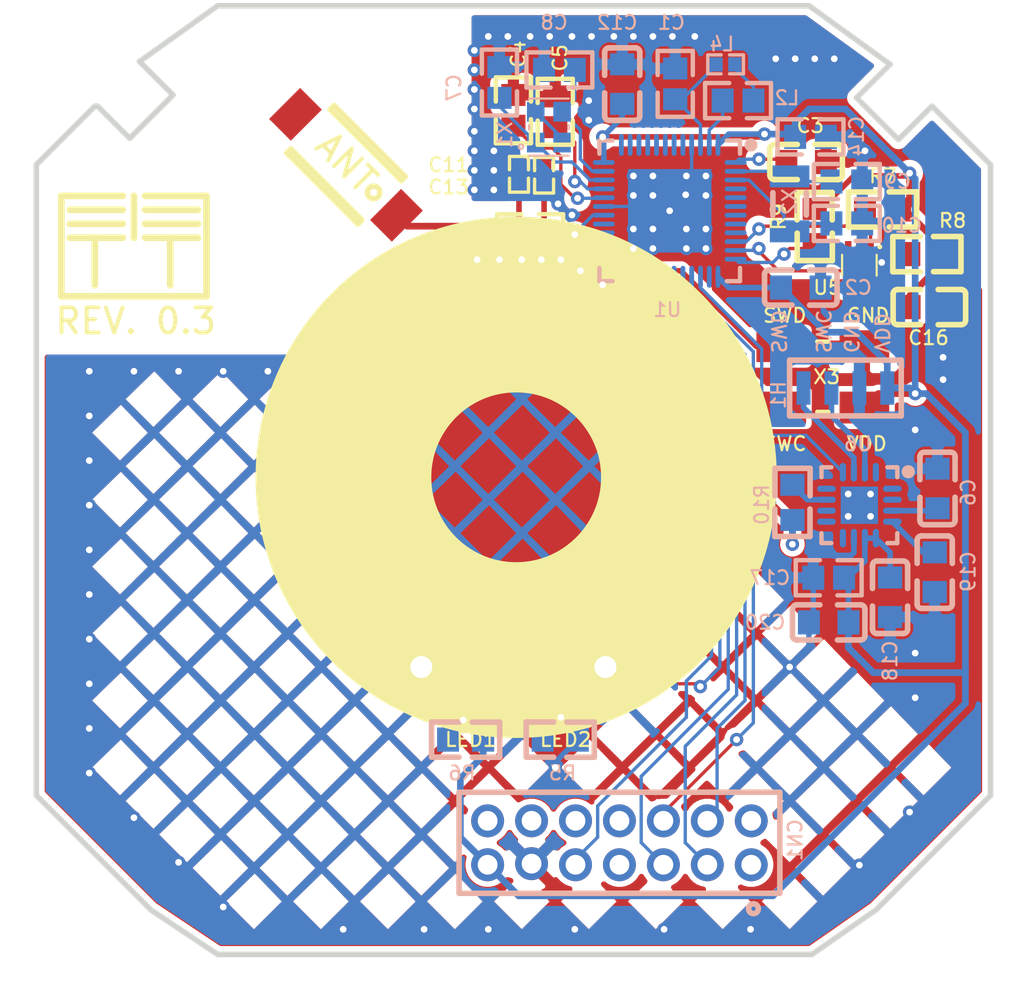
<source format=kicad_pcb>
(kicad_pcb (version 20171130) (host pcbnew 5.1.5-52549c5~84~ubuntu18.04.1)
  (layers (0 F.Cu signal) (31 B.Cu signal) (34 B.Paste user) (35 F.Paste user) (36 B.SilkS user) (37 F.SilkS user) (38 B.Mask user) (39 F.Mask user) (44 Edge.Cuts user))
  (net 0 "")
  (net 1 CH1_LED)
  (net 2 GND)
  (net 3 L2_2)
  (net 4 L3_2)
  (net 5 LED2_1)
  (net 6 MTO)
  (net 7 R1_RST)
  (net 8 R1_SET)
  (net 9 R2_RST)
  (net 10 R2_SET)
  (net 11 R6_1)
  (net 12 SWCLK)
  (net 13 SWDIO)
  (net 14 U1_1)
  (net 15 U1_30)
  (net 16 U1_32)
  (net 17 U1_33)
  (net 18 U1_46)
  (net 19 U1_47)
  (net 20 VDD)
  (net 21 XC1)
  (net 22 XC2)
  (net 23 XL1)
  (net 24 XL2)
  (module easyeda:C0603 (layer F.Cu) (at 112.395 54.864 270)
    (fp_text reference C6 (at -0.508 -1.397 270) (layer B.SilkS) (effects (font (size 0.635 0.635) (thickness 0.102)) (justify left mirror)))
    (fp_text value 2.2nF hide)
    (pad 1 smd rect (at 0.9 0 270) (size 1 1.1) (layers B.Cu B.Paste B.Mask))
    (pad 2 smd rect (at -0.9 0 270) (size 1 1.1) (layers B.Cu B.Paste B.Mask) (net 2 GND))
  )
  (module easyeda:CONNECTER_SMD_1.27_1X4_D180 (layer F.Cu) (at 108.204 50.292 90)
    (fp_text reference H1 (at 0.381 -3.048 90) (layer B.SilkS) (effects (font (size 0.635 0.635) (thickness 0.102)) (justify left mirror)))
    (fp_text value PROG hide)
    (pad 1 smd rect (at 0 -1.905 90) (size 1.524 0.635) (layers B.Cu B.Paste B.Mask))
    (pad 2 smd rect (at 0 -0.635 90) (size 1.524 0.635) (layers B.Cu B.Paste B.Mask))
    (pad 3 smd rect (at 0 0.635 90) (size 1.524 0.635) (layers B.Cu B.Paste B.Mask) (net 2 GND))
    (pad 4 smd rect (at 0 1.905 90) (size 1.524 0.635) (layers B.Cu B.Paste B.Mask) (net 20 VDD))
  )
  (module easyeda:QFN-16_L3.0-W3.0-P0.50-BL-EP1.7 (layer F.Cu) (at 108.839 55.626 90)
    (fp_text reference U6 (at 2.794 0.635) (layer B.SilkS) (effects (font (size 0.635 0.635) (thickness 0.102)) (justify left mirror)))
    (fp_text value CY8C4014LQI-421T hide)
    (pad 1 smd oval (at 0.75 1.5 270) (size 0.28 0.85) (layers B.Cu B.Paste B.Mask))
    (pad 2 smd oval (at 0.25 1.5 270) (size 0.28 0.85) (layers B.Cu B.Paste B.Mask))
    (pad 3 smd oval (at -0.25 1.5 270) (size 0.28 0.85) (layers B.Cu B.Paste B.Mask))
    (pad 4 smd oval (at -0.75 1.5 270) (size 0.28 0.85) (layers B.Cu B.Paste B.Mask))
    (pad 5 smd oval (at -1.5 0.75) (size 0.28 0.85) (layers B.Cu B.Paste B.Mask) (net 20 VDD))
    (pad 6 smd oval (at -1.5 0.25) (size 0.28 0.85) (layers B.Cu B.Paste B.Mask) (net 20 VDD))
    (pad 7 smd oval (at -1.5 -0.25) (size 0.28 0.85) (layers B.Cu B.Paste B.Mask) (net 2 GND))
    (pad 8 smd oval (at -1.5 -0.75) (size 0.28 0.85) (layers B.Cu B.Paste B.Mask))
    (pad 9 smd oval (at -0.75 -1.5 270) (size 0.28 0.85) (layers B.Cu B.Paste B.Mask))
    (pad 10 smd oval (at -0.25 -1.5 270) (size 0.28 0.85) (layers B.Cu B.Paste B.Mask))
    (pad 11 smd oval (at 0.25 -1.5 270) (size 0.28 0.85) (layers B.Cu B.Paste B.Mask))
    (pad 12 smd oval (at 0.75 -1.5 270) (size 0.28 0.85) (layers B.Cu B.Paste B.Mask))
    (pad 13 smd oval (at 1.5 -0.75) (size 0.28 0.85) (layers B.Cu B.Paste B.Mask) (net 6 MTO))
    (pad 14 smd oval (at 1.5 -0.25) (size 0.28 0.85) (layers B.Cu B.Paste B.Mask))
    (pad 15 smd oval (at 1.5 0.25) (size 0.28 0.85) (layers B.Cu B.Paste B.Mask))
    (pad 16 smd oval (at 1.5 0.75) (size 0.28 0.85) (layers B.Cu B.Paste B.Mask))
    (pad 17 smd rect (at 0 0) (size 1.7 1.7) (layers B.Cu B.Paste B.Mask) (net 2 GND))
  )
  (module easyeda:C0603 (layer F.Cu) (at 110.236 59.817 270)
    (fp_text reference C18 (at 1.905 0 270) (layer B.SilkS) (effects (font (size 0.635 0.635) (thickness 0.102)) (justify left mirror)))
    (fp_text value 100nF hide)
    (pad 1 smd rect (at 0.9 0 270) (size 1 1.1) (layers B.Cu B.Paste B.Mask) (net 2 GND))
    (pad 2 smd rect (at -0.9 0 270) (size 1 1.1) (layers B.Cu B.Paste B.Mask) (net 20 VDD))
  )
  (module easyeda:C0603 (layer F.Cu) (at 107.442 60.96 180)
    (fp_text reference C20 (at 1.905 0) (layer B.SilkS) (effects (font (size 0.635 0.635) (thickness 0.102)) (justify left mirror)))
    (fp_text value 100nF hide)
    (pad 1 smd rect (at 0.9 0 180) (size 1 1.1) (layers B.Cu B.Paste B.Mask) (net 2 GND))
    (pad 2 smd rect (at -0.9 0 180) (size 1 1.1) (layers B.Cu B.Paste B.Mask) (net 20 VDD))
  )
  (module easyeda:C0603 (layer F.Cu) (at 112.268 58.674 270)
    (fp_text reference C19 (at -1.016 -1.524 270) (layer B.SilkS) (effects (font (size 0.635 0.635) (thickness 0.102)) (justify left mirror)))
    (fp_text value 100nF hide)
    (pad 1 smd rect (at 0.9 0 270) (size 1 1.1) (layers B.Cu B.Paste B.Mask) (net 2 GND))
    (pad 2 smd rect (at -0.9 0 270) (size 1 1.1) (layers B.Cu B.Paste B.Mask))
  )
  (module easyeda:0603 (layer F.Cu) (at 107.442 58.928 180)
    (fp_text reference C17 (at 1.686 0) (layer B.SilkS) (effects (font (size 0.635 0.635) (thickness 0.102)) (justify left mirror)))
    (fp_text value 1uF hide)
    (pad 1 smd rect (at 0.7 0 180) (size 1 1.1) (layers B.Cu B.Paste B.Mask) (net 2 GND))
    (pad 2 smd rect (at -0.7 0 180) (size 1 1.1) (layers B.Cu B.Paste B.Mask) (net 20 VDD))
  )
  (module easyeda:R0603 (layer F.Cu) (at 105.791 55.499 270)
    (fp_text reference R10 (at -0.889 1.397 270) (layer B.SilkS) (effects (font (size 0.635 0.635) (thickness 0.102)) (justify left mirror)))
    (fp_text value 560 hide)
    (pad 2 smd rect (at -0.8 0 270) (size 1 1.1) (layers B.Cu B.Paste B.Mask))
    (pad 1 smd rect (at 0.8 0 270) (size 1 1.1) (layers B.Cu B.Paste B.Mask))
  )
  (module easyeda:R0603 (layer F.Cu) (at 90.917 66.294 180)
    (fp_text reference R6 (at -0.523 -1.524) (layer B.SilkS) (effects (font (size 0.635 0.635) (thickness 0.102)) (justify left mirror)))
    (fp_text value 4.7K hide)
    (pad 2 smd rect (at -0.8 0 180) (size 1 1.1) (layers B.Cu B.Paste B.Mask) (net 20 VDD))
    (pad 1 smd rect (at 0.8 0 180) (size 1 1.1) (layers B.Cu B.Paste B.Mask) (net 11 R6_1))
  )
  (module easyeda:R0603 (layer F.Cu) (at 95.223 66.294 180)
    (fp_text reference R5 (at -0.789 -1.524) (layer B.SilkS) (effects (font (size 0.635 0.635) (thickness 0.102)) (justify left mirror)))
    (fp_text value 4.7K hide)
    (pad 2 smd rect (at -0.8 0 180) (size 1 1.1) (layers B.Cu B.Paste B.Mask) (net 2 GND))
    (pad 1 smd rect (at 0.8 0 180) (size 1 1.1) (layers B.Cu B.Paste B.Mask) (net 5 LED2_1))
  )
  (module easyeda:QFN-48_L6.0-W6.0-P0.40-BL-EP3.8 (layer F.Cu) (at 100.206 42.228 90)
    (fp_text reference U1 (at -4.498 0.598) (layer B.SilkS) (effects (font (size 0.635 0.635) (thickness 0.102)) (justify left mirror)))
    (fp_text value NRF52832 hide)
    (pad 49 smd rect (at 0.001 -0.001) (size 3.8 3.8) (layers B.Cu B.Paste B.Mask) (net 2 GND))
    (pad 13 smd oval (at -3 2.198) (size 0.22 1) (layers B.Cu B.Paste B.Mask) (net 20 VDD))
    (pad 14 smd oval (at -3 1.8) (size 0.22 1) (layers B.Cu B.Paste B.Mask))
    (pad 15 smd oval (at -3 1.401) (size 0.22 1) (layers B.Cu B.Paste B.Mask) (net 6 MTO))
    (pad 16 smd oval (at -3 0.999) (size 0.22 1) (layers B.Cu B.Paste B.Mask) (net 7 R1_RST))
    (pad 17 smd oval (at -3 0.601) (size 0.22 1) (layers B.Cu B.Paste B.Mask) (net 8 R1_SET))
    (pad 18 smd oval (at -3 0.199) (size 0.22 1) (layers B.Cu B.Paste B.Mask) (net 9 R2_RST))
    (pad 19 smd oval (at -3 -0.199) (size 0.22 1) (layers B.Cu B.Paste B.Mask) (net 10 R2_SET))
    (pad 20 smd oval (at -3 -0.601) (size 0.22 1) (layers B.Cu B.Paste B.Mask) (net 1 CH1_LED))
    (pad 21 smd oval (at -3 -1) (size 0.22 1) (layers B.Cu B.Paste B.Mask))
    (pad 22 smd oval (at -3 -1.401) (size 0.22 1) (layers B.Cu B.Paste B.Mask))
    (pad 23 smd oval (at -3 -1.8) (size 0.22 1) (layers B.Cu B.Paste B.Mask))
    (pad 24 smd oval (at -3 -2.201) (size 0.22 1) (layers B.Cu B.Paste B.Mask))
    (pad 37 smd oval (at 3 -2.201 180) (size 0.22 1) (layers B.Cu B.Paste B.Mask))
    (pad 38 smd oval (at 3 -1.8 180) (size 0.22 1) (layers B.Cu B.Paste B.Mask))
    (pad 39 smd oval (at 3 -1.401 180) (size 0.22 1) (layers B.Cu B.Paste B.Mask))
    (pad 40 smd oval (at 3 -1 180) (size 0.22 1) (layers B.Cu B.Paste B.Mask))
    (pad 41 smd oval (at 3 -0.601 180) (size 0.22 1) (layers B.Cu B.Paste B.Mask))
    (pad 42 smd oval (at 3 -0.199 180) (size 0.22 1) (layers B.Cu B.Paste B.Mask))
    (pad 43 smd oval (at 3 0.199 180) (size 0.22 1) (layers B.Cu B.Paste B.Mask))
    (pad 44 smd oval (at 3 0.601 180) (size 0.22 1) (layers B.Cu B.Paste B.Mask))
    (pad 45 smd oval (at 3 0.999 180) (size 0.22 1) (layers B.Cu B.Paste B.Mask) (net 2 GND))
    (pad 46 smd oval (at 3 1.401 180) (size 0.22 1) (layers B.Cu B.Paste B.Mask) (net 18 U1_46))
    (pad 47 smd oval (at 3 1.8 180) (size 0.22 1) (layers B.Cu B.Paste B.Mask) (net 19 U1_47))
    (pad 48 smd oval (at 3 2.198 180) (size 0.22 1) (layers B.Cu B.Paste B.Mask) (net 20 VDD))
    (pad 36 smd oval (at 2.201 -3 270) (size 0.22 1) (layers B.Cu B.Paste B.Mask) (net 20 VDD))
    (pad 35 smd oval (at 1.8 -3 270) (size 0.22 1) (layers B.Cu B.Paste B.Mask) (net 22 XC2))
    (pad 34 smd oval (at 1.401 -3 270) (size 0.22 1) (layers B.Cu B.Paste B.Mask) (net 21 XC1))
    (pad 33 smd oval (at 1 -3 270) (size 0.22 1) (layers B.Cu B.Paste B.Mask) (net 17 U1_33))
    (pad 32 smd oval (at 0.601 -3 270) (size 0.22 1) (layers B.Cu B.Paste B.Mask) (net 16 U1_32))
    (pad 31 smd oval (at 0.199 -3 270) (size 0.22 1) (layers B.Cu B.Paste B.Mask) (net 2 GND))
    (pad 30 smd oval (at -0.199 -3 270) (size 0.22 1) (layers B.Cu B.Paste B.Mask) (net 15 U1_30))
    (pad 29 smd oval (at -0.601 -3 270) (size 0.22 1) (layers B.Cu B.Paste B.Mask))
    (pad 28 smd oval (at -0.999 -3 270) (size 0.22 1) (layers B.Cu B.Paste B.Mask))
    (pad 27 smd oval (at -1.401 -3 270) (size 0.22 1) (layers B.Cu B.Paste B.Mask))
    (pad 26 smd oval (at -1.8 -3 270) (size 0.22 1) (layers B.Cu B.Paste B.Mask) (net 13 SWDIO))
    (pad 25 smd oval (at -2.201 -3 270) (size 0.22 1) (layers B.Cu B.Paste B.Mask) (net 12 SWCLK))
    (pad 12 smd oval (at -2.201 3 90) (size 0.22 1) (layers B.Cu B.Paste B.Mask))
    (pad 11 smd oval (at -1.8 3 90) (size 0.22 1) (layers B.Cu B.Paste B.Mask))
    (pad 10 smd oval (at -1.401 3 90) (size 0.22 1) (layers B.Cu B.Paste B.Mask))
    (pad 9 smd oval (at -0.999 3 90) (size 0.22 1) (layers B.Cu B.Paste B.Mask))
    (pad 8 smd oval (at -0.601 3 90) (size 0.22 1) (layers B.Cu B.Paste B.Mask))
    (pad 7 smd oval (at -0.199 3 90) (size 0.22 1) (layers B.Cu B.Paste B.Mask))
    (pad 6 smd oval (at 0.199 3 90) (size 0.22 1) (layers B.Cu B.Paste B.Mask))
    (pad 5 smd oval (at 0.601 3 90) (size 0.22 1) (layers B.Cu B.Paste B.Mask))
    (pad 4 smd oval (at 1 3 90) (size 0.22 1) (layers B.Cu B.Paste B.Mask))
    (pad 3 smd oval (at 1.401 3 90) (size 0.22 1) (layers B.Cu B.Paste B.Mask) (net 24 XL2))
    (pad 2 smd oval (at 1.8 3 90) (size 0.22 1) (layers B.Cu B.Paste B.Mask) (net 23 XL1))
    (pad 1 smd oval (at 2.201 3 90) (size 0.22 1) (layers B.Cu B.Paste B.Mask) (net 14 U1_1))
  )
  (module easyeda:C0603 (layer F.Cu) (at 98.044 36.46 270)
    (fp_text reference C12 (at -2.805 -0.762) (layer B.SilkS) (effects (font (size 0.635 0.635) (thickness 0.102)) (justify left mirror)))
    (fp_text value 100nF hide)
    (pad 1 smd rect (at 0.9 0 270) (size 1 1.1) (layers B.Cu B.Paste B.Mask) (net 20 VDD))
    (pad 2 smd rect (at -0.9 0 270) (size 1 1.1) (layers B.Cu B.Paste B.Mask) (net 2 GND))
  )
  (module easyeda:C0603 (layer F.Cu) (at 106.172 45.72)
    (fp_text reference C2 (at 3.302 0 180) (layer B.SilkS) (effects (font (size 0.635 0.635) (thickness 0.102)) (justify left mirror)))
    (fp_text value 100nF hide)
    (pad 1 smd rect (at 0.9 0) (size 1 1.1) (layers B.Cu B.Paste B.Mask) (net 2 GND))
    (pad 2 smd rect (at -0.9 0) (size 1 1.1) (layers B.Cu B.Paste B.Mask) (net 20 VDD))
  )
  (module easyeda:0603 (layer F.Cu) (at 95.185 35.814)
    (fp_text reference C8 (at 0.446 -2.159) (layer B.SilkS) (effects (font (size 0.635 0.635) (thickness 0.102)) (justify left mirror)))
    (fp_text value 22pF hide)
    (pad 1 smd rect (at 0.7 0) (size 1 1.1) (layers B.Cu B.Paste B.Mask) (net 22 XC2))
    (pad 2 smd rect (at -0.7 0) (size 1 1.1) (layers B.Cu B.Paste B.Mask) (net 2 GND))
  )
  (module easyeda:0603 (layer F.Cu) (at 92.456 36.387 270)
    (fp_text reference C7 (at -0.446 2.067 90) (layer B.SilkS) (effects (font (size 0.635 0.635) (thickness 0.102)) (justify left mirror)))
    (fp_text value 22pF hide)
    (pad 1 smd rect (at 0.7 0 270) (size 1 1.1) (layers B.Cu B.Paste B.Mask) (net 21 XC1))
    (pad 2 smd rect (at -0.7 0 270) (size 1 1.1) (layers B.Cu B.Paste B.Mask) (net 2 GND))
  )
  (module easyeda:0603 (layer F.Cu) (at 108.266 42.799)
    (fp_text reference C10 (at 3.494 0.092) (layer B.SilkS) (effects (font (size 0.635 0.635) (thickness 0.102)) (justify left mirror)))
    (fp_text value 22pF hide)
    (pad 1 smd rect (at 0.7 0) (size 1 1.1) (layers B.Cu B.Paste B.Mask) (net 2 GND))
    (pad 2 smd rect (at -0.7 0) (size 1 1.1) (layers B.Cu B.Paste B.Mask) (net 24 XL2))
  )
  (module easyeda:0603 (layer F.Cu) (at 108.269 40.894)
    (fp_text reference C9 (at 2.983 0) (layer B.SilkS) (effects (font (size 0.635 0.635) (thickness 0.102)) (justify left mirror)))
    (fp_text value 22pF hide)
    (pad 1 smd rect (at 0.7 0) (size 1 1.1) (layers B.Cu B.Paste B.Mask) (net 2 GND))
    (pad 2 smd rect (at -0.7 0) (size 1 1.1) (layers B.Cu B.Paste B.Mask) (net 23 XL1))
  )
  (module easyeda:0603 (layer F.Cu) (at 106.615 38.862 180)
    (fp_text reference C14 (at -2.097 1.016 90) (layer B.SilkS) (effects (font (size 0.635 0.635) (thickness 0.102)) (justify left mirror)))
    (fp_text value 4.7uF hide)
    (pad 1 smd rect (at 0.7 0 180) (size 1 1.1) (layers B.Cu B.Paste B.Mask) (net 20 VDD))
    (pad 2 smd rect (at -0.7 0 180) (size 1 1.1) (layers B.Cu B.Paste B.Mask) (net 2 GND))
  )
  (module easyeda:0603 (layer F.Cu) (at 100.457 36.449 270)
    (fp_text reference C1 (at -2.794 -0.508) (layer B.SilkS) (effects (font (size 0.635 0.635) (thickness 0.102)) (justify left mirror)))
    (fp_text value 1uF hide)
    (pad 1 smd rect (at 0.7 0 270) (size 1 1.1) (layers B.Cu B.Paste B.Mask) (net 18 U1_46))
    (pad 2 smd rect (at -0.7 0 270) (size 1 1.1) (layers B.Cu B.Paste B.Mask) (net 2 GND))
  )
  (module easyeda:0603 (layer F.Cu) (at 103.316 37.211 180)
    (fp_text reference L2 (at -2.856 0.127) (layer B.SilkS) (effects (font (size 0.635 0.635) (thickness 0.102)) (justify left mirror)))
    (fp_text value 10uH hide)
    (pad 1 smd rect (at 0.7 0 180) (size 1 1.1) (layers B.Cu B.Paste B.Mask) (net 19 U1_47))
    (pad 2 smd rect (at -0.7 0 180) (size 1 1.1) (layers B.Cu B.Paste B.Mask) (net 3 L2_2))
  )
  (module easyeda:0402 (layer F.Cu) (at 102.743 35.56)
    (fp_text reference L4 (at 0.462 -0.924) (layer B.SilkS) (effects (font (size 0.635 0.635) (thickness 0.102)) (justify left mirror)))
    (fp_text value 15nH hide)
    (pad 2 smd rect (at -0.424 0) (size 0.6 0.65) (layers B.Cu B.Paste B.Mask) (net 18 U1_46))
    (pad 1 smd rect (at 0.424 0) (size 0.6 0.65) (layers B.Cu B.Paste B.Mask) (net 3 L2_2))
  )
  (module easyeda:FC-135R_L3.2-W1.5 (layer F.Cu) (at 105.664 41.91 90)
    (fp_text reference X2 (at 0.762 0 90) (layer B.SilkS) (effects (font (size 0.635 0.635) (thickness 0.102)) (justify left mirror)))
    (fp_text value 32.768KHz hide)
    (pad 1 smd rect (at 1.25 0) (size 1.8 1) (layers B.Cu B.Paste B.Mask) (net 23 XL1))
    (pad 2 smd rect (at -1.25 0) (size 1.8 1) (layers B.Cu B.Paste B.Mask) (net 24 XL2))
  )
  (module easyeda:HDR-TH_14P-P2.00-V-R2-C7-S2.00_A2005HWV-2X7P (layer F.Cu) (at 97.918 70.992)
    (fp_text reference CN1 (at 8 -1.142 90) (layer B.SilkS) (effects (font (size 0.635 0.635) (thickness 0.102)) (justify left mirror)))
    (fp_text value 2X7P hide)
    (pad 9 thru_hole circle (at -2 1) (size 1.5 1.5) (drill 0.9) (layers *.Cu *.Paste *.Mask))
    (pad 10 thru_hole circle (at -2 -1) (size 1.5 1.5) (drill 0.9) (layers *.Cu *.Paste *.Mask))
    (pad 7 thru_hole circle (at 0 1) (size 1.5 1.5) (drill 0.9) (layers *.Cu *.Paste *.Mask))
    (pad 8 thru_hole circle (at 0 -1) (size 1.5 1.5) (drill 0.9) (layers *.Cu *.Paste *.Mask))
    (pad 5 thru_hole circle (at 2 1) (size 1.5 1.5) (drill 0.9) (layers *.Cu *.Paste *.Mask) (net 10 R2_SET))
    (pad 6 thru_hole circle (at 2 -1) (size 1.5 1.5) (drill 0.9) (layers *.Cu *.Paste *.Mask) (net 7 R1_RST))
    (pad 3 thru_hole circle (at 4 1) (size 1.5 1.5) (drill 0.9) (layers *.Cu *.Paste *.Mask) (net 9 R2_RST))
    (pad 4 thru_hole circle (at 4 -1) (size 1.5 1.5) (drill 0.9) (layers *.Cu *.Paste *.Mask) (net 8 R1_SET))
    (pad 1 thru_hole circle (at 6 1) (size 1.5 1.5) (drill 0.9) (layers *.Cu *.Paste *.Mask))
    (pad 2 thru_hole circle (at 6 -1) (size 1.5 1.5) (drill 0.9) (layers *.Cu *.Paste *.Mask))
    (pad 11 thru_hole circle (at -4 0.95) (size 1.5 1.5) (drill 0.9) (layers *.Cu *.Paste *.Mask) (net 2 GND))
    (pad 12 thru_hole circle (at -4 -1) (size 1.5 1.5) (drill 0.9) (layers *.Cu *.Paste *.Mask))
    (pad 13 thru_hole circle (at -6 1) (size 1.5 1.5) (drill 0.9) (layers *.Cu *.Paste *.Mask) (net 20 VDD))
    (pad 14 thru_hole circle (at -6 -1) (size 1.5 1.5) (drill 0.9) (layers *.Cu *.Paste *.Mask))
  )
  (module easyeda:OSC-SMD_4P-L2.0-W1.6-BL (layer F.Cu) (at 94.707 38.419 270)
    (fp_text reference X1 (at -0.319 1.997 90) (layer B.SilkS) (effects (font (size 0.635 0.635) (thickness 0.102)) (justify left mirror)))
    (fp_text value 32MHz hide)
    (pad 4 smd rect (at 0.7 -0.6 270) (size 0.9 0.8) (layers B.Cu B.Paste B.Mask) (net 2 GND))
    (pad 3 smd rect (at -0.7 -0.6 270) (size 0.9 0.8) (layers B.Cu B.Paste B.Mask) (net 22 XC2))
    (pad 2 smd rect (at -0.7 0.6 270) (size 0.9 0.8) (layers B.Cu B.Paste B.Mask) (net 2 GND))
    (pad 1 smd rect (at 0.7 0.6 270) (size 0.9 0.8) (layers B.Cu B.Paste B.Mask) (net 21 XC1))
  )
  (module easyeda:AN6520 (layer F.Cu) (at 85.471 40.132 45)
    (fp_text reference U3)
    (fp_text value "Antenna 2.4GHz" hide)
    (pad 1 smd rect (at 0 3.25 45) (size 2 1.4) (layers F.Cu F.Paste F.Mask) (net 4 L3_2))
    (pad 2 smd rect (at 0 -3.25 45) (size 2 1.4) (layers F.Cu F.Paste F.Mask))
  )
  (module easyeda:R0603 (layer F.Cu) (at 106.808 42.941 90)
    (fp_text reference R9 (at -0.239 -1.652 90) (layer F.SilkS) (effects (font (size 0.635 0.635) (thickness 0.102)) (justify left)))
    (fp_text value 4.7K hide)
    (pad 2 smd rect (at 0.8 0 90) (size 1 1.1) (layers F.Cu F.Paste F.Mask) (net 20 VDD))
    (pad 1 smd rect (at -0.8 0 90) (size 1 1.1) (layers F.Cu F.Paste F.Mask))
  )
  (module easyeda:R0603 (layer F.Cu) (at 111.913 44.196 180)
    (fp_text reference R8 (at -0.482 1.524) (layer F.SilkS) (effects (font (size 0.635 0.635) (thickness 0.102)) (justify left)))
    (fp_text value 4.7K hide)
    (pad 2 smd rect (at 0.8 0 180) (size 1 1.1) (layers F.Cu F.Paste F.Mask))
    (pad 1 smd rect (at -0.8 0 180) (size 1 1.1) (layers F.Cu F.Paste F.Mask) (net 20 VDD))
  )
  (module easyeda:R0603 (layer F.Cu) (at 109.894 42.164 180)
    (fp_text reference R7 (at 0.674 1.524) (layer F.SilkS) (effects (font (size 0.635 0.635) (thickness 0.102)) (justify left)))
    (fp_text value 4.7K hide)
    (pad 2 smd rect (at 0.8 0 180) (size 1 1.1) (layers F.Cu F.Paste F.Mask))
    (pad 1 smd rect (at -0.8 0 180) (size 1 1.1) (layers F.Cu F.Paste F.Mask) (net 20 VDD))
  )
  (module easyeda:SOT-563_L1.6-W1.2-P0.50-LS1.6-BL (layer F.Cu) (at 108.839 44.704 180)
    (fp_text reference U5 (at 2.159 -1.016) (layer F.SilkS) (effects (font (size 0.635 0.635) (thickness 0.102)) (justify left)))
    (fp_text value TMP112 hide)
    (pad 5 smd rect (at 0 -0.85 180) (size 0.3 0.5) (layers F.Cu F.Paste F.Mask) (net 20 VDD))
    (pad 2 smd rect (at 0 0.85 180) (size 0.3 0.5) (layers F.Cu F.Paste F.Mask) (net 2 GND))
    (pad 3 smd rect (at 0.508 0.85 180) (size 0.3 0.5) (layers F.Cu F.Paste F.Mask))
    (pad 1 smd rect (at -0.508 0.85 180) (size 0.3 0.5) (layers F.Cu F.Paste F.Mask))
    (pad 4 smd rect (at 0.508 -0.85 180) (size 0.3 0.5) (layers F.Cu F.Paste F.Mask) (net 2 GND))
    (pad 6 smd rect (at -0.508 -0.85 180) (size 0.3 0.5) (layers F.Cu F.Paste F.Mask))
  )
  (module easyeda:0603 (layer F.Cu) (at 93.091 37.654 270)
    (fp_text reference C4 (at -1.865 -0.219 90) (layer F.SilkS) (effects (font (size 0.635 0.635) (thickness 0.102)) (justify left)))
    (fp_text value 100pF hide)
    (pad 1 smd rect (at -0.7 0 270) (size 1 1.1) (layers F.Cu F.Paste F.Mask) (net 2 GND))
    (pad 2 smd rect (at 0.7 0 270) (size 1 1.1) (layers F.Cu F.Paste F.Mask) (net 16 U1_32))
  )
  (module easyeda:0603 (layer F.Cu) (at 94.996 37.719 270)
    (fp_text reference C5 (at -1.766 -0.219 90) (layer F.SilkS) (effects (font (size 0.635 0.635) (thickness 0.102)) (justify left)))
    (fp_text value 100pF hide)
    (pad 1 smd rect (at -0.7 0 270) (size 1 1.1) (layers F.Cu F.Paste F.Mask) (net 2 GND))
    (pad 2 smd rect (at 0.7 0 270) (size 1 1.1) (layers F.Cu F.Paste F.Mask) (net 17 U1_33))
  )
  (module easyeda:0603 (layer F.Cu) (at 93.853 43.18 180)
    (fp_text reference L3 (at 2.921 0) (layer F.SilkS) (effects (font (size 0.635 0.635) (thickness 0.102)) (justify left)))
    (fp_text value 3.3nH hide)
    (pad 1 smd rect (at -0.7 0 180) (size 1 1.1) (layers F.Cu F.Paste F.Mask) (net 15 U1_30))
    (pad 2 smd rect (at 0.7 0 180) (size 1 1.1) (layers F.Cu F.Paste F.Mask) (net 4 L3_2))
  )
  (module easyeda:C0603 (layer F.Cu) (at 106.415 40.005 180)
    (fp_text reference C3 (at 0.497 1.651) (layer F.SilkS) (effects (font (size 0.635 0.635) (thickness 0.102)) (justify left)))
    (fp_text value 100nF hide)
    (pad 1 smd rect (at -0.9 0 180) (size 1 1.1) (layers F.Cu F.Paste F.Mask) (net 2 GND))
    (pad 2 smd rect (at 0.9 0 180) (size 1 1.1) (layers F.Cu F.Paste F.Mask) (net 14 U1_1))
  )
  (module easyeda:SWD4_5032 (layer F.Cu) (at 107.213 49.682 180)
    (fp_text reference X3 (at 0.533 -0.102) (layer F.SilkS) (effects (font (size 0.635 0.635) (thickness 0.102)) (justify left)))
    (fp_text value ICSP hide)
    (pad 2 smd rect (at -1.854 -1.499 180) (size 2.261 1.448) (layers F.Cu F.Paste F.Mask) (net 20 VDD))
    (pad 1 smd rect (at 1.93 -1.499 180) (size 2.261 1.448) (layers F.Cu F.Paste F.Mask) (net 12 SWCLK))
    (pad 4 smd rect (at 1.93 1.295 180) (size 2.261 1.448) (layers F.Cu F.Paste F.Mask) (net 13 SWDIO))
    (pad 3 smd rect (at -1.854 1.295 180) (size 2.261 1.448) (layers F.Cu F.Paste F.Mask) (net 2 GND))
  )
  (module easyeda:LED-SMD_0603-T (layer F.Cu) (at 95.25 64.516 270)
    (fp_text reference LED2 (at 1.778 1.016) (layer F.SilkS) (effects (font (size 0.635 0.635) (thickness 0.102)) (justify left)))
    (fp_text value BLUE hide)
    (pad 2 smd rect (at 0 0.8) (size 0.8 0.8) (layers F.Cu F.Paste F.Mask) (net 1 CH1_LED))
    (pad 1 smd rect (at 0 -0.8) (size 0.8 0.8) (layers F.Cu F.Paste F.Mask) (net 5 LED2_1))
  )
  (module easyeda:LED-SMD_0603-T (layer F.Cu) (at 90.932 64.516 270)
    (fp_text reference LED1 (at 1.778 1.016) (layer F.SilkS) (effects (font (size 0.635 0.635) (thickness 0.102)) (justify left)))
    (fp_text value RED hide)
    (pad 2 smd rect (at 0 0.8) (size 0.8 0.8) (layers F.Cu F.Paste F.Mask) (net 11 R6_1))
    (pad 1 smd rect (at 0 -0.8) (size 0.8 0.8) (layers F.Cu F.Paste F.Mask) (net 1 CH1_LED))
  )
  (module easyeda:0402 (layer F.Cu) (at 93.345 40.556 90)
    (fp_text reference C13 (at -0.592 -4.191) (layer F.SilkS) (effects (font (size 0.635 0.635) (thickness 0.102)) (justify left)))
    (fp_text value 0.5pF hide)
    (pad 2 smd rect (at 0.424 0 90) (size 0.6 0.65) (layers F.Cu F.Paste F.Mask) (net 2 GND))
    (pad 1 smd rect (at -0.424 0 90) (size 0.6 0.65) (layers F.Cu F.Paste F.Mask) (net 4 L3_2))
  )
  (module easyeda:0402 (layer F.Cu) (at 94.488 40.597 90)
    (fp_text reference C11 (at 0.465 -5.334) (layer F.SilkS) (effects (font (size 0.635 0.635) (thickness 0.102)) (justify left)))
    (fp_text value 0.5pF hide)
    (pad 2 smd rect (at 0.424 0 90) (size 0.6 0.65) (layers F.Cu F.Paste F.Mask) (net 2 GND))
    (pad 1 smd rect (at -0.424 0 90) (size 0.6 0.65) (layers F.Cu F.Paste F.Mask) (net 15 U1_30))
  )
  (module easyeda:C0603 (layer F.Cu) (at 112.025 46.609)
    (fp_text reference C16 (at -1.027 1.397) (layer F.SilkS) (effects (font (size 0.635 0.635) (thickness 0.102)) (justify left)))
    (fp_text value 100nF hide)
    (pad 1 smd rect (at -0.9 0) (size 1 1.1) (layers F.Cu F.Paste F.Mask) (net 20 VDD))
    (pad 2 smd rect (at 0.9 0) (size 1 1.1) (layers F.Cu F.Paste F.Mask) (net 2 GND))
  )
  (module easyeda:gge4275 (layer F.Cu) (at 75.819 42.418)
    (fp_text reference LG)
    (fp_text value my_logo hide)
  )
  (module easyeda:LIVOLO_TOUCH_PAD (layer F.Cu) (at 93.218 54.483)
    (fp_text reference U7)
    (fp_text value TS1 hide)
    (pad 1 smd circle (at -0.001 -0.127) (size 15 15) (layers F.Cu) (clearance 0.8))
  )
  (module AutoGenerated:MountingHole_1.00mm (layer F.Cu) (at 88.9 62.992)
    (fp_text reference "" (at 0 0) (layer F.SilkS) (effects (font (size 1.27 1.27))))
    (fp_text value "" (at 0 0) (layer F.SilkS) (effects (font (size 1.27 1.27))))
    (pad "" np_thru_hole circle (at 0 0) (size 1 1) (drill 1) (layers *.Cu *.Mask))
  )
  (module AutoGenerated:MountingHole_1.00mm (layer F.Cu) (at 97.282 62.992)
    (fp_text reference "" (at 0 0) (layer F.SilkS) (effects (font (size 1.27 1.27))))
    (fp_text value "" (at 0 0) (layer F.SilkS) (effects (font (size 1.27 1.27))))
    (pad "" np_thru_hole circle (at 0 0) (size 1 1) (drill 1) (layers *.Cu *.Mask))
  )
  (gr_circle (center 93.218 54.356) (end 97.081181 54.356) (layer F.SilkS) (width 8))
  (gr_line (start 76.073 35.433) (end 79.629 32.893) (layer Edge.Cuts) (width 0.254))
  (gr_line (start 79.629 32.893) (end 106.553 32.893) (layer Edge.Cuts) (width 0.254))
  (gr_line (start 106.553 32.893) (end 110.236 35.56) (layer Edge.Cuts) (width 0.254))
  (gr_line (start 110.236 35.56) (end 108.712 37.084) (layer Edge.Cuts) (width 0.254))
  (gr_line (start 108.712 37.084) (end 110.617 38.989) (layer Edge.Cuts) (width 0.254))
  (gr_line (start 110.617 38.989) (end 112.141 37.465) (layer Edge.Cuts) (width 0.254))
  (gr_line (start 112.141 37.465) (end 114.808 40.132) (layer Edge.Cuts) (width 0.254))
  (gr_line (start 114.808 40.132) (end 114.808 68.834) (layer Edge.Cuts) (width 0.254))
  (gr_line (start 114.808 68.834) (end 113.665 69.977) (layer Edge.Cuts) (width 0.254))
  (gr_line (start 113.665 69.977) (end 109.601 74.041) (layer Edge.Cuts) (width 0.254))
  (gr_line (start 109.601 74.041) (end 106.68 76.073) (layer Edge.Cuts) (width 0.254))
  (gr_line (start 106.68 76.073) (end 79.629 76.073) (layer Edge.Cuts) (width 0.254))
  (gr_line (start 79.629 76.073) (end 76.581 74.041) (layer Edge.Cuts) (width 0.254))
  (gr_line (start 76.581 74.041) (end 73.533 70.993) (layer Edge.Cuts) (width 0.254))
  (gr_line (start 73.533 70.993) (end 71.374 68.834) (layer Edge.Cuts) (width 0.254))
  (gr_line (start 71.374 68.834) (end 71.374 40.132) (layer Edge.Cuts) (width 0.254))
  (gr_line (start 71.374 40.132) (end 74.041 37.465) (layer Edge.Cuts) (width 0.254))
  (gr_line (start 74.041 37.465) (end 74.168 37.465) (layer Edge.Cuts) (width 0.254))
  (gr_line (start 74.168 37.465) (end 75.629 38.926) (layer Edge.Cuts) (width 0.254))
  (gr_line (start 75.629 38.926) (end 77.597 36.957) (layer Edge.Cuts) (width 0.254))
  (gr_line (start 77.597 36.957) (end 76.073 35.433) (layer Edge.Cuts) (width 0.254))
  (gr_text SWD (at 104.394 46.99) (layer F.SilkS) (effects (font (size 0.635 0.635) (thickness 0.102)) (justify left)))
  (gr_text SWC (at 104.394 52.832) (layer F.SilkS) (effects (font (size 0.635 0.635) (thickness 0.102)) (justify left)))
  (gr_text VDD (at 108.204 52.832) (layer F.SilkS) (effects (font (size 0.635 0.635) (thickness 0.102)) (justify left)))
  (gr_text GND (at 108.204 46.99) (layer F.SilkS) (effects (font (size 0.635 0.635) (thickness 0.102)) (justify left)))
  (gr_text "REV. 0.3" (at 72.136 47.244) (layer F.SilkS) (effects (font (size 1.143 1.143) (thickness 0.178)) (justify left)))
  (gr_text ANT (at 84.328 38.862 -45) (layer F.SilkS) (effects (font (size 1.143 1.143) (thickness 0.178)) (justify left)))
  (gr_text SWD (at 105.156 48.768 -90) (layer B.SilkS) (effects (font (size 0.635 0.635) (thickness 0.102)) (justify left mirror)))
  (gr_text SWC (at 107.188 48.768 -90) (layer B.SilkS) (effects (font (size 0.635 0.635) (thickness 0.102)) (justify left mirror)))
  (gr_text GND (at 108.458 48.768 -90) (layer B.SilkS) (effects (font (size 0.635 0.635) (thickness 0.102)) (justify left mirror)))
  (gr_text VDD (at 109.855 48.768 -90) (layer B.SilkS) (effects (font (size 0.635 0.635) (thickness 0.102)) (justify left mirror)))
  (segment (start 93.218 54.483) (end 93.853 55.118) (width 0.305) (layer F.Cu) (net 0))
  (segment (start 93.853 55.118) (end 104.394 55.118) (width 0.305) (layer F.Cu) (net 0))
  (segment (start 104.394 55.118) (end 105.791 56.515) (width 0.305) (layer F.Cu) (net 0))
  (segment (start 105.791 56.515) (end 105.791 57.404) (width 0.305) (layer F.Cu) (net 0))
  (segment (start 109.347 45.593) (end 109.855 45.593) (width 0.152) (layer F.Cu) (net 0))
  (segment (start 109.855 45.593) (end 110.998 44.45) (width 0.152) (layer F.Cu) (net 0))
  (segment (start 110.998 44.45) (end 110.998 44.196) (width 0.152) (layer F.Cu) (net 0))
  (segment (start 104.267 43.942) (end 104.267 44.069) (width 0.152) (layer F.Cu) (net 0))
  (segment (start 104.267 44.069) (end 105.156 44.958) (width 0.152) (layer F.Cu) (net 0))
  (segment (start 105.156 44.958) (end 109.093 44.958) (width 0.152) (layer F.Cu) (net 0))
  (segment (start 109.093 44.958) (end 109.347 45.212) (width 0.152) (layer F.Cu) (net 0))
  (segment (start 109.347 45.212) (end 109.347 45.593) (width 0.152) (layer F.Cu) (net 0))
  (segment (start 108.331 43.893) (end 108.282 43.942) (width 0.152) (layer F.Cu) (net 0))
  (segment (start 108.282 43.942) (end 106.807 43.942) (width 0.152) (layer F.Cu) (net 0))
  (segment (start 109.347 43.893) (end 109.347 42.418) (width 0.152) (layer F.Cu) (net 0))
  (segment (start 109.347 42.418) (end 109.093 42.164) (width 0.152) (layer F.Cu) (net 0))
  (segment (start 104.267 43.053) (end 104.267 42.926) (width 0.152) (layer F.Cu) (net 0))
  (segment (start 104.267 42.926) (end 108.204 42.926) (width 0.152) (layer F.Cu) (net 0))
  (segment (start 108.204 42.926) (end 108.966 42.164) (width 0.152) (layer F.Cu) (net 0))
  (segment (start 108.966 42.164) (end 109.093 42.164) (width 0.152) (layer F.Cu) (net 0))
  (segment (start 105.41 44.196) (end 105.664 43.942) (width 0.152) (layer F.Cu) (net 0))
  (segment (start 105.664 43.942) (end 106.807 43.942) (width 0.152) (layer F.Cu) (net 0))
  (segment (start 105.791 57.404) (end 105.791 56.299) (width 0.305) (layer B.Cu) (net 0))
  (segment (start 103.205 43.628) (end 103.692 43.628) (width 0.152) (layer B.Cu) (net 0))
  (segment (start 103.692 43.628) (end 104.267 43.053) (width 0.152) (layer B.Cu) (net 0))
  (segment (start 103.205 44.027) (end 104.182 44.027) (width 0.152) (layer B.Cu) (net 0))
  (segment (start 104.182 44.027) (end 104.267 43.942) (width 0.152) (layer B.Cu) (net 0))
  (segment (start 95.918 71.991) (end 95.918 71.747) (width 0.152) (layer B.Cu) (net 0))
  (segment (start 95.918 71.747) (end 96.926 70.739) (width 0.152) (layer B.Cu) (net 0))
  (segment (start 96.926 70.739) (end 96.926 69.317) (width 0.152) (layer B.Cu) (net 0))
  (segment (start 96.926 69.317) (end 98.171 68.072) (width 0.152) (layer B.Cu) (net 0))
  (segment (start 99.207 45.227) (end 99.207 46.373) (width 0.152) (layer B.Cu) (net 0))
  (segment (start 99.207 46.373) (end 102.108 49.276) (width 0.152) (layer B.Cu) (net 0))
  (segment (start 102.108 49.276) (end 102.108 62.484) (width 0.152) (layer B.Cu) (net 0))
  (segment (start 102.108 62.484) (end 100.965 63.627) (width 0.152) (layer B.Cu) (net 0))
  (segment (start 100.965 63.627) (end 100.965 65.278) (width 0.152) (layer B.Cu) (net 0))
  (segment (start 100.965 65.278) (end 98.171 68.072) (width 0.152) (layer B.Cu) (net 0))
  (segment (start 108.589 54.126) (end 108.589 53.471) (width 0.254) (layer B.Cu) (net 0))
  (segment (start 108.589 53.471) (end 106.299 51.181) (width 0.254) (layer B.Cu) (net 0))
  (segment (start 106.299 51.181) (end 106.299 50.292) (width 0.254) (layer B.Cu) (net 0))
  (segment (start 109.089 54.126) (end 109.089 53.082) (width 0.254) (layer B.Cu) (net 0))
  (segment (start 109.089 53.082) (end 107.569 51.562) (width 0.254) (layer B.Cu) (net 0))
  (segment (start 107.569 51.562) (end 107.569 50.292) (width 0.254) (layer B.Cu) (net 0))
  (segment (start 107.339 55.376) (end 106.468 55.376) (width 0.254) (layer B.Cu) (net 0))
  (segment (start 106.468 55.376) (end 105.791 54.699) (width 0.254) (layer B.Cu) (net 0))
  (segment (start 110.34 55.875) (end 112.395 55.875) (width 0.254) (layer B.Cu) (net 0))
  (segment (start 112.395 55.875) (end 112.395 55.763) (width 0.254) (layer B.Cu) (net 0))
  (segment (start 110.339 56.376) (end 111.737 57.774) (width 0.254) (layer B.Cu) (net 0))
  (segment (start 111.737 57.774) (end 112.268 57.774) (width 0.254) (layer B.Cu) (net 0))
  (segment (start 105.41 44.196) (end 105.283 44.196) (width 0.152) (layer B.Cu) (net 0))
  (segment (start 105.283 44.196) (end 104.902 44.577) (width 0.152) (layer B.Cu) (net 0))
  (segment (start 104.902 44.577) (end 103.355 44.577) (width 0.152) (layer B.Cu) (net 0))
  (segment (start 103.355 44.577) (end 103.205 44.43) (width 0.152) (layer B.Cu) (net 0))
  (via (at 104.267 43.053) (size 0.61) (drill 0.305) (layers F.Cu B.Cu) (net 0))
  (via (at 104.267 43.942) (size 0.61) (drill 0.305) (layers F.Cu B.Cu) (net 0))
  (via (at 105.41 44.196) (size 0.61) (drill 0.305) (layers F.Cu B.Cu) (net 0))
  (via (at 105.791 57.404) (size 0.61) (drill 0.305) (layers F.Cu B.Cu) (net 0))
  (segment (start 101.6 63.881) (end 101.473 63.754) (width 0.152) (layer F.Cu) (net 1))
  (segment (start 101.473 63.754) (end 95.212 63.754) (width 0.152) (layer F.Cu) (net 1))
  (segment (start 95.212 63.754) (end 94.45 64.516) (width 0.152) (layer F.Cu) (net 1))
  (segment (start 91.732 64.516) (end 94.45 64.516) (width 0.152) (layer F.Cu) (net 1))
  (segment (start 99.606 45.227) (end 99.606 46.266) (width 0.152) (layer B.Cu) (net 1))
  (segment (start 99.606 46.266) (end 102.489 49.149) (width 0.152) (layer B.Cu) (net 1))
  (segment (start 102.489 49.149) (end 102.489 62.992) (width 0.152) (layer B.Cu) (net 1))
  (segment (start 102.489 62.992) (end 101.6 63.881) (width 0.152) (layer B.Cu) (net 1))
  (via (at 101.6 63.881) (size 0.61) (drill 0.305) (layers F.Cu B.Cu) (net 1))
  (via (at 108.331 55.118) (size 0.61) (drill 0.305) (layers F.Cu B.Cu) (net 2))
  (via (at 109.347 55.118) (size 0.61) (drill 0.305) (layers F.Cu B.Cu) (net 2))
  (via (at 108.331 56.134) (size 0.61) (drill 0.305) (layers F.Cu B.Cu) (net 2))
  (via (at 109.347 56.134) (size 0.61) (drill 0.305) (layers F.Cu B.Cu) (net 2))
  (via (at 94.996 67.564) (size 0.61) (drill 0.305) (layers F.Cu B.Cu) (net 2))
  (segment (start 108.839 43.893) (end 108.839 44.323) (width 0.152) (layer F.Cu) (net 2))
  (segment (start 108.839 44.323) (end 109.093 44.577) (width 0.152) (layer F.Cu) (net 2))
  (segment (start 109.093 44.577) (end 109.728 44.577) (width 0.152) (layer F.Cu) (net 2))
  (segment (start 107.315 40.005) (end 107.315 40.371) (width 0.152) (layer F.Cu) (net 2))
  (segment (start 94.107 37.719) (end 95.307 38.919) (width 0.152) (layer B.Cu) (net 2))
  (segment (start 95.307 38.919) (end 95.307 39.119) (width 0.152) (layer B.Cu) (net 2))
  (segment (start 94.211 37.719) (end 94.107 37.719) (width 0.152) (layer B.Cu) (net 2))
  (segment (start 94.211 37.719) (end 94.315 37.719) (width 0.152) (layer B.Cu) (net 2))
  (segment (start 107.315 38.862) (end 107.655 38.862) (width 0.152) (layer B.Cu) (net 2))
  (segment (start 108.969 40.894) (end 108.628 40.894) (width 0.152) (layer B.Cu) (net 2))
  (segment (start 101.204 39.227) (end 101.204 41.225) (width 0.152) (layer B.Cu) (net 2))
  (segment (start 101.204 41.225) (end 100.932 41.496) (width 0.152) (layer B.Cu) (net 2))
  (segment (start 100.932 41.496) (end 100.203 42.226) (width 0.152) (layer B.Cu) (net 2))
  (segment (start 97.203 42.027) (end 100.015 42.037) (width 0.152) (layer B.Cu) (net 2))
  (segment (start 100.015 42.037) (end 100.203 42.225) (width 0.152) (layer B.Cu) (net 2))
  (via (at 91.44 44.45) (size 0.61) (drill 0.305) (layers F.Cu B.Cu) (net 2))
  (via (at 92.456 44.45) (size 0.61) (drill 0.305) (layers F.Cu B.Cu) (net 2))
  (via (at 93.472 44.45) (size 0.61) (drill 0.305) (layers F.Cu B.Cu) (net 2))
  (via (at 94.361 44.45) (size 0.61) (drill 0.305) (layers F.Cu B.Cu) (net 2))
  (via (at 93.853 34.29) (size 0.61) (drill 0.305) (layers F.Cu B.Cu) (net 2))
  (via (at 94.742 34.29) (size 0.61) (drill 0.305) (layers F.Cu B.Cu) (net 2))
  (via (at 95.758 34.29) (size 0.61) (drill 0.305) (layers F.Cu B.Cu) (net 2))
  (via (at 96.647 34.29) (size 0.61) (drill 0.305) (layers F.Cu B.Cu) (net 2))
  (via (at 97.663 34.29) (size 0.61) (drill 0.305) (layers F.Cu B.Cu) (net 2))
  (via (at 98.552 34.29) (size 0.61) (drill 0.305) (layers F.Cu B.Cu) (net 2))
  (via (at 96.52 38.1) (size 0.61) (drill 0.305) (layers F.Cu B.Cu) (net 2))
  (via (at 96.52 37.211) (size 0.61) (drill 0.305) (layers F.Cu B.Cu) (net 2))
  (via (at 89.027 74.93) (size 0.61) (drill 0.305) (layers F.Cu B.Cu) (net 2))
  (via (at 99.441 41.529) (size 0.61) (drill 0.305) (layers F.Cu B.Cu) (net 2))
  (via (at 98.552 41.529) (size 0.61) (drill 0.305) (layers F.Cu B.Cu) (net 2))
  (via (at 98.552 40.64) (size 0.61) (drill 0.305) (layers F.Cu B.Cu) (net 2))
  (via (at 99.441 40.64) (size 0.61) (drill 0.305) (layers F.Cu B.Cu) (net 2))
  (via (at 101.854 41.529) (size 0.61) (drill 0.305) (layers F.Cu B.Cu) (net 2))
  (via (at 100.932 41.496) (size 0.61) (drill 0.305) (layers F.Cu B.Cu) (net 2))
  (via (at 100.965 40.64) (size 0.61) (drill 0.305) (layers F.Cu B.Cu) (net 2))
  (via (at 101.854 40.64) (size 0.61) (drill 0.305) (layers F.Cu B.Cu) (net 2))
  (via (at 99.441 43.942) (size 0.61) (drill 0.305) (layers F.Cu B.Cu) (net 2))
  (via (at 98.552 43.942) (size 0.61) (drill 0.305) (layers F.Cu B.Cu) (net 2))
  (via (at 98.552 43.053) (size 0.61) (drill 0.305) (layers F.Cu B.Cu) (net 2))
  (via (at 99.441 43.053) (size 0.61) (drill 0.305) (layers F.Cu B.Cu) (net 2))
  (via (at 101.854 43.942) (size 0.61) (drill 0.305) (layers F.Cu B.Cu) (net 2))
  (via (at 100.965 43.942) (size 0.61) (drill 0.305) (layers F.Cu B.Cu) (net 2))
  (via (at 100.965 43.053) (size 0.61) (drill 0.305) (layers F.Cu B.Cu) (net 2))
  (via (at 101.854 43.053) (size 0.61) (drill 0.305) (layers F.Cu B.Cu) (net 2))
  (via (at 100.203 42.226) (size 0.61) (drill 0.305) (layers F.Cu B.Cu) (net 2))
  (via (at 91.948 34.29) (size 0.61) (drill 0.305) (layers F.Cu B.Cu) (net 2))
  (via (at 92.837 34.29) (size 0.61) (drill 0.305) (layers F.Cu B.Cu) (net 2))
  (via (at 91.313 39.497) (size 0.61) (drill 0.305) (layers F.Cu B.Cu) (net 2))
  (via (at 91.313 38.608) (size 0.61) (drill 0.305) (layers F.Cu B.Cu) (net 2))
  (via (at 91.313 41.275) (size 0.61) (drill 0.305) (layers F.Cu B.Cu) (net 2))
  (via (at 91.313 40.386) (size 0.61) (drill 0.305) (layers F.Cu B.Cu) (net 2))
  (via (at 92.202 41.275) (size 0.61) (drill 0.305) (layers F.Cu B.Cu) (net 2))
  (via (at 92.202 40.386) (size 0.61) (drill 0.305) (layers F.Cu B.Cu) (net 2))
  (via (at 92.202 39.497) (size 0.61) (drill 0.305) (layers F.Cu B.Cu) (net 2))
  (via (at 95.758 42.418) (size 0.61) (drill 0.305) (layers F.Cu B.Cu) (net 2))
  (via (at 95.25 44.45) (size 0.61) (drill 0.305) (layers F.Cu B.Cu) (net 2))
  (via (at 95.123 41.91) (size 0.61) (drill 0.305) (layers F.Cu B.Cu) (net 2))
  (via (at 91.313 34.925) (size 0.61) (drill 0.305) (layers F.Cu B.Cu) (net 2))
  (via (at 91.313 35.814) (size 0.61) (drill 0.305) (layers F.Cu B.Cu) (net 2))
  (via (at 91.313 36.703) (size 0.61) (drill 0.305) (layers F.Cu B.Cu) (net 2))
  (via (at 91.313 37.592) (size 0.61) (drill 0.305) (layers F.Cu B.Cu) (net 2))
  (via (at 101.346 34.29) (size 0.61) (drill 0.305) (layers F.Cu B.Cu) (net 2))
  (via (at 100.33 34.29) (size 0.61) (drill 0.305) (layers F.Cu B.Cu) (net 2))
  (via (at 99.441 34.29) (size 0.61) (drill 0.305) (layers F.Cu B.Cu) (net 2))
  (via (at 112.649 48.895) (size 0.61) (drill 0.305) (layers F.Cu B.Cu) (net 2))
  (via (at 112.649 49.911) (size 0.61) (drill 0.305) (layers F.Cu B.Cu) (net 2))
  (via (at 105.029 35.306) (size 0.61) (drill 0.305) (layers F.Cu B.Cu) (net 2))
  (via (at 105.918 35.306) (size 0.61) (drill 0.305) (layers F.Cu B.Cu) (net 2))
  (via (at 106.807 35.306) (size 0.61) (drill 0.305) (layers F.Cu B.Cu) (net 2))
  (via (at 107.696 35.306) (size 0.61) (drill 0.305) (layers F.Cu B.Cu) (net 2))
  (via (at 109.093 39.497) (size 0.61) (drill 0.305) (layers F.Cu B.Cu) (net 2))
  (via (at 109.855 44.577) (size 0.61) (drill 0.305) (layers F.Cu B.Cu) (net 2))
  (via (at 91.948 74.93) (size 0.61) (drill 0.305) (layers F.Cu B.Cu) (net 2))
  (via (at 95.885 74.93) (size 0.61) (drill 0.305) (layers F.Cu B.Cu) (net 2))
  (via (at 99.949 74.93) (size 0.61) (drill 0.305) (layers F.Cu B.Cu) (net 2))
  (via (at 103.886 74.93) (size 0.61) (drill 0.305) (layers F.Cu B.Cu) (net 2))
  (via (at 73.787 49.53) (size 0.61) (drill 0.305) (layers F.Cu B.Cu) (net 2))
  (via (at 73.787 51.562) (size 0.61) (drill 0.305) (layers F.Cu B.Cu) (net 2))
  (via (at 73.787 55.626) (size 0.61) (drill 0.305) (layers F.Cu B.Cu) (net 2))
  (via (at 73.787 53.594) (size 0.61) (drill 0.305) (layers F.Cu B.Cu) (net 2))
  (via (at 73.787 59.69) (size 0.61) (drill 0.305) (layers F.Cu B.Cu) (net 2))
  (via (at 73.787 57.658) (size 0.61) (drill 0.305) (layers F.Cu B.Cu) (net 2))
  (via (at 73.787 63.754) (size 0.61) (drill 0.305) (layers F.Cu B.Cu) (net 2))
  (via (at 73.787 61.722) (size 0.61) (drill 0.305) (layers F.Cu B.Cu) (net 2))
  (via (at 73.787 67.818) (size 0.61) (drill 0.305) (layers F.Cu B.Cu) (net 2))
  (via (at 73.787 65.786) (size 0.61) (drill 0.305) (layers F.Cu B.Cu) (net 2))
  (via (at 75.819 69.85) (size 0.61) (drill 0.305) (layers F.Cu B.Cu) (net 2))
  (via (at 77.851 71.882) (size 0.61) (drill 0.305) (layers F.Cu B.Cu) (net 2))
  (via (at 79.883 73.914) (size 0.61) (drill 0.305) (layers F.Cu B.Cu) (net 2))
  (via (at 85.344 74.93) (size 0.61) (drill 0.305) (layers F.Cu B.Cu) (net 2))
  (via (at 105.664 62.992) (size 0.61) (drill 0.305) (layers F.Cu B.Cu) (net 2))
  (via (at 111.379 64.389) (size 0.61) (drill 0.305) (layers F.Cu B.Cu) (net 2))
  (via (at 75.819 49.53) (size 0.61) (drill 0.305) (layers F.Cu B.Cu) (net 2))
  (via (at 77.851 49.53) (size 0.61) (drill 0.305) (layers F.Cu B.Cu) (net 2))
  (via (at 79.883 49.53) (size 0.61) (drill 0.305) (layers F.Cu B.Cu) (net 2))
  (via (at 81.915 49.53) (size 0.61) (drill 0.305) (layers F.Cu B.Cu) (net 2))
  (via (at 108.839 72.009) (size 0.61) (drill 0.305) (layers F.Cu B.Cu) (net 2))
  (via (at 111.125 69.596) (size 0.61) (drill 0.305) (layers F.Cu B.Cu) (net 2))
  (via (at 111.379 52.197) (size 0.61) (drill 0.305) (layers F.Cu B.Cu) (net 2))
  (via (at 111.379 62.357) (size 0.61) (drill 0.305) (layers F.Cu B.Cu) (net 2))
  (segment (start 94.107 36.192) (end 94.485 35.814) (width 0.25) (layer B.Cu) (net 2))
  (segment (start 94.107 37.719) (end 94.107 36.192) (width 0.25) (layer B.Cu) (net 2))
  (segment (start 94.996 67.321) (end 96.023 66.294) (width 0.25) (layer B.Cu) (net 2))
  (segment (start 94.996 67.564) (end 94.996 67.321) (width 0.25) (layer B.Cu) (net 2))
  (segment (start 106.742 60.76) (end 106.542 60.96) (width 0.25) (layer B.Cu) (net 2))
  (segment (start 106.742 58.928) (end 106.742 60.76) (width 0.25) (layer B.Cu) (net 2))
  (segment (start 106.741 58.105) (end 106.741 58.928) (width 0.254) (layer B.Cu) (net 2))
  (segment (start 106.934 57.912) (end 106.741 58.105) (width 0.254) (layer B.Cu) (net 2))
  (segment (start 108.458 57.912) (end 106.934 57.912) (width 0.254) (layer B.Cu) (net 2))
  (segment (start 108.59 57.127) (end 108.59 57.78) (width 0.254) (layer B.Cu) (net 2))
  (segment (start 108.59 57.78) (end 108.458 57.912) (width 0.254) (layer B.Cu) (net 2))
  (segment (start 106.542 61.76) (end 106.542 60.96) (width 0.25) (layer B.Cu) (net 2))
  (segment (start 105.664 62.992) (end 106.542 62.114) (width 0.25) (layer B.Cu) (net 2))
  (segment (start 106.542 62.114) (end 106.542 61.76) (width 0.25) (layer B.Cu) (net 2))
  (segment (start 104.016 37.211) (end 104.016 36.579) (width 0.152) (layer B.Cu) (net 3))
  (segment (start 104.016 36.579) (end 103.167 35.73) (width 0.152) (layer B.Cu) (net 3))
  (segment (start 103.167 35.73) (end 103.167 35.56) (width 0.152) (layer B.Cu) (net 3))
  (segment (start 93.153 43.18) (end 92.899 42.926) (width 0.305) (layer F.Cu) (net 4))
  (segment (start 92.899 42.926) (end 88.265 42.926) (width 0.305) (layer F.Cu) (net 4))
  (segment (start 88.265 42.926) (end 87.769 42.43) (width 0.305) (layer F.Cu) (net 4))
  (segment (start 93.203 42.926) (end 93.345 42.784) (width 0.254) (layer F.Cu) (net 4))
  (segment (start 93.345 42.784) (end 93.345 40.98) (width 0.254) (layer F.Cu) (net 4))
  (segment (start 96.05 64.516) (end 96.012 64.516) (width 0.152) (layer F.Cu) (net 5))
  (segment (start 96.012 64.516) (end 95.25 65.278) (width 0.152) (layer F.Cu) (net 5))
  (segment (start 95.25 65.278) (end 94.234 66.294) (width 0.152) (layer B.Cu) (net 5))
  (segment (start 94.234 66.294) (end 94.223 66.294) (width 0.152) (layer B.Cu) (net 5))
  (via (at 95.25 65.278) (size 0.61) (drill 0.305) (layers F.Cu B.Cu) (net 5))
  (segment (start 101.605 45.227) (end 101.605 45.725) (width 0.152) (layer B.Cu) (net 6))
  (segment (start 101.605 45.725) (end 104.394 48.514) (width 0.152) (layer B.Cu) (net 6))
  (segment (start 104.394 48.514) (end 104.394 52.451) (width 0.152) (layer B.Cu) (net 6))
  (segment (start 104.394 52.451) (end 106.413 52.451) (width 0.152) (layer B.Cu) (net 6))
  (segment (start 106.413 52.451) (end 108.09 54.125) (width 0.152) (layer B.Cu) (net 6))
  (segment (start 99.918 69.992) (end 99.918 69.627) (width 0.152) (layer F.Cu) (net 7))
  (segment (start 99.918 69.627) (end 103.251 66.294) (width 0.152) (layer F.Cu) (net 7))
  (segment (start 101.204 45.227) (end 101.204 45.832) (width 0.152) (layer B.Cu) (net 7))
  (segment (start 101.204 45.832) (end 104.013 48.641) (width 0.152) (layer B.Cu) (net 7))
  (segment (start 104.013 48.641) (end 104.013 65.532) (width 0.152) (layer B.Cu) (net 7))
  (segment (start 104.013 65.532) (end 103.251 66.294) (width 0.152) (layer B.Cu) (net 7))
  (via (at 103.251 66.294) (size 0.61) (drill 0.305) (layers F.Cu B.Cu) (net 7))
  (segment (start 100.808 45.227) (end 100.808 45.944) (width 0.152) (layer B.Cu) (net 8))
  (segment (start 100.808 45.944) (end 103.632 48.768) (width 0.152) (layer B.Cu) (net 8))
  (segment (start 103.632 48.768) (end 103.632 64.516) (width 0.152) (layer B.Cu) (net 8))
  (segment (start 103.632 64.516) (end 102.362 65.786) (width 0.152) (layer B.Cu) (net 8))
  (segment (start 102.362 65.786) (end 102.362 69.548) (width 0.152) (layer B.Cu) (net 8))
  (segment (start 102.362 69.548) (end 101.918 69.992) (width 0.152) (layer B.Cu) (net 8))
  (segment (start 100.404 45.227) (end 100.404 46.048) (width 0.152) (layer B.Cu) (net 9))
  (segment (start 100.404 46.048) (end 103.251 48.895) (width 0.152) (layer B.Cu) (net 9))
  (segment (start 103.251 48.895) (end 103.251 64.262) (width 0.152) (layer B.Cu) (net 9))
  (segment (start 103.251 64.262) (end 102.362 65.151) (width 0.152) (layer B.Cu) (net 9))
  (segment (start 102.362 65.151) (end 100.914 66.599) (width 0.152) (layer B.Cu) (net 9))
  (segment (start 100.914 66.599) (end 100.914 70.988) (width 0.152) (layer B.Cu) (net 9))
  (segment (start 100.914 70.988) (end 101.917 71.991) (width 0.152) (layer B.Cu) (net 9))
  (segment (start 100.007 45.227) (end 100.007 46.159) (width 0.152) (layer B.Cu) (net 10))
  (segment (start 100.007 46.159) (end 102.87 49.022) (width 0.152) (layer B.Cu) (net 10))
  (segment (start 102.87 49.022) (end 102.87 64.008) (width 0.152) (layer B.Cu) (net 10))
  (segment (start 102.87 64.008) (end 98.908 67.97) (width 0.152) (layer B.Cu) (net 10))
  (segment (start 98.908 67.97) (end 98.908 70.98) (width 0.152) (layer B.Cu) (net 10))
  (segment (start 98.908 70.98) (end 99.919 71.991) (width 0.152) (layer B.Cu) (net 10))
  (segment (start 90.132 64.516) (end 90.132 64.732) (width 0.152) (layer F.Cu) (net 11))
  (segment (start 90.132 64.732) (end 90.805 65.405) (width 0.152) (layer F.Cu) (net 11))
  (segment (start 90.805 65.405) (end 89.916 66.294) (width 0.152) (layer B.Cu) (net 11))
  (via (at 90.805 65.405) (size 0.61) (drill 0.305) (layers F.Cu B.Cu) (net 11))
  (segment (start 105.283 51.181) (end 105.029 51.181) (width 0.254) (layer F.Cu) (net 12))
  (segment (start 105.029 51.181) (end 99.441 45.593) (width 0.254) (layer F.Cu) (net 12))
  (segment (start 99.441 45.593) (end 97.155 45.593) (width 0.254) (layer F.Cu) (net 12))
  (segment (start 97.155 45.593) (end 97.196 45.552) (width 0.152) (layer B.Cu) (net 12))
  (segment (start 97.196 45.552) (end 97.196 44.43) (width 0.152) (layer B.Cu) (net 12))
  (via (at 97.155 45.593) (size 0.61) (drill 0.305) (layers F.Cu B.Cu) (net 12))
  (segment (start 105.283 48.387) (end 104.14 48.387) (width 0.254) (layer F.Cu) (net 13))
  (segment (start 104.14 48.387) (end 100.711 44.958) (width 0.254) (layer F.Cu) (net 13))
  (segment (start 100.711 44.958) (end 96.139 44.958) (width 0.254) (layer F.Cu) (net 13))
  (segment (start 96.139 44.958) (end 96.266 44.831) (width 0.152) (layer B.Cu) (net 13))
  (segment (start 96.266 44.831) (end 96.266 44.45) (width 0.152) (layer B.Cu) (net 13))
  (segment (start 96.266 44.45) (end 96.688 44.028) (width 0.152) (layer B.Cu) (net 13))
  (segment (start 96.688 44.028) (end 97.196 44.028) (width 0.152) (layer B.Cu) (net 13))
  (via (at 96.139 44.958) (size 0.61) (drill 0.305) (layers F.Cu B.Cu) (net 13))
  (segment (start 105.514 40.005) (end 105.514 39.855) (width 0.152) (layer F.Cu) (net 14))
  (segment (start 105.514 39.855) (end 105.491 39.878) (width 0.152) (layer F.Cu) (net 14))
  (segment (start 105.491 39.878) (end 104.267 39.878) (width 0.152) (layer F.Cu) (net 14))
  (segment (start 103.205 40.028) (end 103.355 39.878) (width 0.152) (layer B.Cu) (net 14))
  (segment (start 103.355 39.878) (end 104.267 39.878) (width 0.152) (layer B.Cu) (net 14))
  (via (at 104.267 39.878) (size 0.61) (drill 0.305) (layers F.Cu B.Cu) (net 14))
  (segment (start 94.553 43.18) (end 94.68 43.307) (width 0.254) (layer F.Cu) (net 15))
  (segment (start 94.68 43.307) (end 95.885 43.307) (width 0.254) (layer F.Cu) (net 15))
  (segment (start 94.553 43.18) (end 94.488 43.115) (width 0.254) (layer F.Cu) (net 15))
  (segment (start 94.488 43.115) (end 94.488 41.021) (width 0.254) (layer F.Cu) (net 15))
  (segment (start 97.282 42.418) (end 96.718 42.418) (width 0.152) (layer B.Cu) (net 15))
  (segment (start 96.718 42.418) (end 95.964 43.172) (width 0.152) (layer B.Cu) (net 15))
  (segment (start 95.964 43.172) (end 95.964 43.299) (width 0.152) (layer B.Cu) (net 15))
  (via (at 95.885 43.307) (size 0.61) (drill 0.305) (layers F.Cu B.Cu) (net 15))
  (segment (start 96.012 41.656) (end 95.885 41.656) (width 0.152) (layer F.Cu) (net 16))
  (segment (start 95.885 41.656) (end 95.25 41.021) (width 0.152) (layer F.Cu) (net 16))
  (segment (start 95.25 41.021) (end 95.25 39.751) (width 0.152) (layer F.Cu) (net 16))
  (segment (start 95.25 39.751) (end 94.869 39.37) (width 0.152) (layer F.Cu) (net 16))
  (segment (start 94.869 39.37) (end 94.107 39.37) (width 0.152) (layer F.Cu) (net 16))
  (segment (start 94.107 39.37) (end 93.091 38.354) (width 0.152) (layer F.Cu) (net 16))
  (segment (start 97.204 41.627) (end 97.175 41.656) (width 0.152) (layer B.Cu) (net 16))
  (segment (start 97.175 41.656) (end 96.012 41.656) (width 0.152) (layer B.Cu) (net 16))
  (via (at 96.012 41.656) (size 0.61) (drill 0.305) (layers F.Cu B.Cu) (net 16))
  (segment (start 95.885 40.894) (end 95.885 39.116) (width 0.152) (layer F.Cu) (net 17))
  (segment (start 95.885 39.116) (end 95.187 38.418) (width 0.152) (layer F.Cu) (net 17))
  (segment (start 95.187 38.418) (end 94.996 38.418) (width 0.152) (layer F.Cu) (net 17))
  (segment (start 95.885 40.894) (end 96.139 40.894) (width 0.152) (layer B.Cu) (net 17))
  (segment (start 96.139 40.894) (end 96.472 41.227) (width 0.152) (layer B.Cu) (net 17))
  (segment (start 96.472 41.227) (end 97.203 41.227) (width 0.152) (layer B.Cu) (net 17))
  (via (at 95.885 40.894) (size 0.61) (drill 0.305) (layers F.Cu B.Cu) (net 17))
  (segment (start 100.457 37.15) (end 100.772 37.15) (width 0.152) (layer B.Cu) (net 18))
  (segment (start 100.772 37.15) (end 102.319 35.603) (width 0.152) (layer B.Cu) (net 18))
  (segment (start 102.319 35.603) (end 102.319 35.56) (width 0.152) (layer B.Cu) (net 18))
  (segment (start 101.606 39.228) (end 101.606 38.298) (width 0.152) (layer B.Cu) (net 18))
  (segment (start 101.606 38.298) (end 100.457 37.149) (width 0.152) (layer B.Cu) (net 18))
  (segment (start 102.616 37.211) (end 102.616 37.943) (width 0.152) (layer B.Cu) (net 19))
  (segment (start 102.616 37.943) (end 102.004 38.552) (width 0.152) (layer B.Cu) (net 19))
  (segment (start 102.004 38.552) (end 102.004 39.218) (width 0.152) (layer B.Cu) (net 19))
  (segment (start 112.799 44.196) (end 112.799 44.427) (width 0.305) (layer F.Cu) (net 20))
  (segment (start 112.799 44.427) (end 111.125 46.101) (width 0.305) (layer F.Cu) (net 20))
  (segment (start 111.125 46.101) (end 111.125 46.609) (width 0.305) (layer F.Cu) (net 20))
  (segment (start 97.155 38.862) (end 104.394 38.862) (width 0.254) (layer F.Cu) (net 20))
  (segment (start 104.394 38.862) (end 104.521 38.735) (width 0.254) (layer F.Cu) (net 20))
  (segment (start 111.379 50.546) (end 109.703 50.546) (width 0.305) (layer F.Cu) (net 20))
  (segment (start 109.703 50.546) (end 109.068 51.181) (width 0.305) (layer F.Cu) (net 20))
  (segment (start 110.893 42.164) (end 112.798 44.069) (width 0.305) (layer F.Cu) (net 20))
  (segment (start 112.798 44.069) (end 112.798 44.196) (width 0.305) (layer F.Cu) (net 20))
  (segment (start 108.839 45.593) (end 108.839 46.355) (width 0.305) (layer F.Cu) (net 20))
  (segment (start 108.839 46.355) (end 109.093 46.609) (width 0.305) (layer F.Cu) (net 20))
  (segment (start 109.093 46.609) (end 111.125 46.609) (width 0.305) (layer F.Cu) (net 20))
  (segment (start 110.893 42.164) (end 111.125 41.932) (width 0.305) (layer F.Cu) (net 20))
  (segment (start 111.125 41.932) (end 111.125 40.513) (width 0.305) (layer F.Cu) (net 20))
  (segment (start 106.807 42.142) (end 107.083 42.142) (width 0.254) (layer F.Cu) (net 20))
  (segment (start 107.083 42.142) (end 108.585 40.64) (width 0.254) (layer F.Cu) (net 20))
  (segment (start 108.585 40.64) (end 110.998 40.64) (width 0.254) (layer F.Cu) (net 20))
  (segment (start 110.998 40.64) (end 111.125 40.513) (width 0.254) (layer F.Cu) (net 20))
  (segment (start 102.404 45.227) (end 102.896 45.72) (width 0.254) (layer B.Cu) (net 20))
  (segment (start 102.896 45.72) (end 105.272 45.72) (width 0.254) (layer B.Cu) (net 20))
  (segment (start 91.717 66.294) (end 91.717 67.033) (width 0.305) (layer B.Cu) (net 20))
  (segment (start 91.717 67.033) (end 90.678 68.072) (width 0.305) (layer B.Cu) (net 20))
  (segment (start 90.678 68.072) (end 90.678 70.752) (width 0.305) (layer B.Cu) (net 20))
  (segment (start 90.678 70.752) (end 91.918 71.991) (width 0.305) (layer B.Cu) (net 20))
  (segment (start 104.521 38.735) (end 105.788 38.735) (width 0.305) (layer B.Cu) (net 20))
  (segment (start 105.788 38.735) (end 105.915 38.862) (width 0.305) (layer B.Cu) (net 20))
  (segment (start 97.155 38.862) (end 98.044 37.973) (width 0.254) (layer B.Cu) (net 20))
  (segment (start 98.044 37.973) (end 98.044 37.36) (width 0.254) (layer B.Cu) (net 20))
  (segment (start 97.155 38.862) (end 97.204 38.911) (width 0.254) (layer B.Cu) (net 20))
  (segment (start 97.204 38.911) (end 97.204 40.026) (width 0.254) (layer B.Cu) (net 20))
  (segment (start 102.403 39.227) (end 102.895 38.735) (width 0.254) (layer B.Cu) (net 20))
  (segment (start 102.895 38.735) (end 104.521 38.735) (width 0.254) (layer B.Cu) (net 20))
  (segment (start 109.089 57.126) (end 109.589 57.126) (width 0.254) (layer B.Cu) (net 20))
  (segment (start 91.918 71.991) (end 93.332 73.406) (width 0.305) (layer B.Cu) (net 20))
  (segment (start 93.332 73.406) (end 104.902 73.406) (width 0.305) (layer B.Cu) (net 20))
  (segment (start 104.902 73.406) (end 113.665 64.643) (width 0.305) (layer B.Cu) (net 20))
  (segment (start 113.665 64.643) (end 113.665 52.324) (width 0.305) (layer B.Cu) (net 20))
  (segment (start 113.665 52.324) (end 111.887 50.546) (width 0.305) (layer B.Cu) (net 20))
  (segment (start 111.887 50.546) (end 111.379 50.546) (width 0.305) (layer B.Cu) (net 20))
  (segment (start 111.379 50.546) (end 111.125 50.292) (width 0.305) (layer B.Cu) (net 20))
  (segment (start 111.125 50.292) (end 110.109 50.292) (width 0.305) (layer B.Cu) (net 20))
  (segment (start 111.379 50.546) (end 111.379 40.767) (width 0.305) (layer B.Cu) (net 20))
  (segment (start 111.379 40.767) (end 108.204 37.592) (width 0.305) (layer B.Cu) (net 20))
  (segment (start 108.204 37.592) (end 106.553 37.592) (width 0.305) (layer B.Cu) (net 20))
  (segment (start 106.553 37.592) (end 105.915 38.23) (width 0.305) (layer B.Cu) (net 20))
  (segment (start 105.915 38.23) (end 105.915 38.862) (width 0.305) (layer B.Cu) (net 20))
  (segment (start 110.109 50.292) (end 110.109 49.149) (width 0.305) (layer B.Cu) (net 20))
  (segment (start 110.109 49.149) (end 108.712 47.752) (width 0.305) (layer B.Cu) (net 20))
  (segment (start 108.712 47.752) (end 107.304 47.752) (width 0.305) (layer B.Cu) (net 20))
  (segment (start 107.304 47.752) (end 105.272 45.72) (width 0.305) (layer B.Cu) (net 20))
  (segment (start 109.589 57.126) (end 110.236 57.773) (width 0.254) (layer B.Cu) (net 20))
  (segment (start 110.236 57.773) (end 110.236 58.917) (width 0.254) (layer B.Cu) (net 20))
  (segment (start 109.088 57.127) (end 109.088 58.171) (width 0.254) (layer B.Cu) (net 20))
  (segment (start 109.088 58.171) (end 108.331 58.928) (width 0.254) (layer B.Cu) (net 20))
  (segment (start 108.331 58.928) (end 108.143 58.928) (width 0.254) (layer B.Cu) (net 20))
  (segment (start 108.142 58.928) (end 108.342 59.128) (width 0.254) (layer B.Cu) (net 20))
  (segment (start 108.342 59.128) (end 108.342 60.96) (width 0.254) (layer B.Cu) (net 20))
  (segment (start 108.341 60.96) (end 108.341 62.113) (width 0.305) (layer B.Cu) (net 20))
  (segment (start 108.341 62.113) (end 109.474 63.246) (width 0.305) (layer B.Cu) (net 20))
  (segment (start 109.474 63.246) (end 113.665 63.246) (width 0.305) (layer B.Cu) (net 20))
  (segment (start 113.665 63.246) (end 113.665 62.992) (width 0.305) (layer B.Cu) (net 20))
  (via (at 97.155 38.862) (size 0.61) (drill 0.305) (layers F.Cu B.Cu) (net 20))
  (via (at 104.521 38.735) (size 0.61) (drill 0.305) (layers F.Cu B.Cu) (net 20))
  (via (at 111.379 50.546) (size 0.61) (drill 0.305) (layers F.Cu B.Cu) (net 20))
  (via (at 111.125 40.513) (size 0.61) (drill 0.305) (layers F.Cu B.Cu) (net 20))
  (segment (start 94.107 39.119) (end 94.993 40.005) (width 0.152) (layer B.Cu) (net 21))
  (segment (start 94.993 40.005) (end 95.758 40.005) (width 0.152) (layer B.Cu) (net 21))
  (segment (start 95.758 40.005) (end 96.578 40.825) (width 0.152) (layer B.Cu) (net 21))
  (segment (start 96.578 40.825) (end 97.203 40.825) (width 0.152) (layer B.Cu) (net 21))
  (segment (start 92.456 37.087) (end 92.456 37.468) (width 0.152) (layer B.Cu) (net 21))
  (segment (start 92.456 37.468) (end 94.107 39.119) (width 0.152) (layer B.Cu) (net 21))
  (segment (start 97.203 40.427) (end 96.688 40.427) (width 0.152) (layer B.Cu) (net 22))
  (segment (start 96.688 40.427) (end 96.139 39.878) (width 0.152) (layer B.Cu) (net 22))
  (segment (start 96.139 39.878) (end 96.139 38.552) (width 0.152) (layer B.Cu) (net 22))
  (segment (start 96.139 38.552) (end 95.306 37.719) (width 0.152) (layer B.Cu) (net 22))
  (segment (start 95.307 37.719) (end 95.885 37.141) (width 0.152) (layer B.Cu) (net 22))
  (segment (start 95.885 37.141) (end 95.885 35.814) (width 0.152) (layer B.Cu) (net 22))
  (segment (start 103.206 40.428) (end 105.178 40.428) (width 0.152) (layer B.Cu) (net 23))
  (segment (start 105.178 40.428) (end 105.41 40.66) (width 0.152) (layer B.Cu) (net 23))
  (segment (start 105.41 40.66) (end 105.644 40.894) (width 0.152) (layer B.Cu) (net 23))
  (segment (start 105.644 40.894) (end 107.569 40.894) (width 0.152) (layer B.Cu) (net 23))
  (segment (start 103.205 40.828) (end 103.817 40.828) (width 0.152) (layer B.Cu) (net 24))
  (segment (start 103.817 40.828) (end 105.41 42.418) (width 0.152) (layer B.Cu) (net 24))
  (segment (start 105.41 42.418) (end 105.41 43.16) (width 0.152) (layer B.Cu) (net 24))
  (segment (start 105.41 43.16) (end 105.771 42.799) (width 0.152) (layer B.Cu) (net 24))
  (segment (start 105.771 42.799) (end 107.566 42.799) (width 0.152) (layer B.Cu) (net 24))
  (zone (net 2) (net_name GND) (layer F.Cu) (connect_pads (clearance 0.254)) (min_thickness 0.254) (fill yes (arc_segments 32) (thermal_gap 0.508) (thermal_bridge_width 0.508))
    (polygon (pts (xy 69.723 77.851) (xy 69.723 55.626) (xy 69.723 48.768) (xy 82.804 48.768) (xy 85.725 48.768) (xy 88.265 46.863) (xy 89.662 46.101) (xy 91.186 45.593) (xy 116.332 45.72) (xy 116.332 77.978)))
  )
  (zone (net 2) (net_name GND) (layer B.Cu) (connect_pads (clearance 0.305)) (min_thickness 0.254) (fill yes (arc_segments 32) (thermal_gap 0.508) (thermal_bridge_width 0.508))
    (polygon (pts (xy 116.119818 45.718928) (xy 116.332 45.72) (xy 116.332 77.978) (xy 69.723 77.851) (xy 69.723 48.768) (xy 85.725 48.768) (xy 88.265 46.863) (xy 89.662 46.101) (xy 91.186 45.593) (xy 91.186 44.069) (xy 91.265 44.069) (xy 91.265 44.061) (xy 95.1294 44.061) (xy 95.631 43.434) (xy 95.631 42.799) (xy 94.742 41.783) (xy 91.186 41.783) (xy 91.186 32.639) (xy 91.265 32.639) (xy 91.265 32.631) (xy 116.157 32.631)))
  )
  (zone (net 2) (net_name GND) (layer F.Cu) (connect_pads (clearance 0.305)) (min_thickness 0.254) (fill yes (arc_segments 32) (thermal_gap 0.508) (thermal_bridge_width 0.508))
    (polygon (pts (xy 91.186 32.639) (xy 116.078 32.639) (xy 115.951 77.724) (xy 86.233 77.724) (xy 86.233 66.294) (xy 103.378 66.294) (xy 103.378 45.72) (xy 91.186 45.72) (xy 91.186 44.069) (xy 95.123 44.069) (xy 95.631 43.434) (xy 95.631 42.799) (xy 94.742 41.783) (xy 91.186 41.783)))
  )
  (zone (net 0) (net_name "") (layers F&B.Cu) (connect_pads (clearance 0.5)) (min_thickness 0.25)
    (keepout (tracks allowed) (vias allowed) (copperpour not_allowed))
    (fill (arc_segments 32) (thermal_gap 0.45) (thermal_bridge_width 0.45))
    (polygon (pts (xy 77.978 50.805379) (xy 76.708 52.07) (xy 75.438 50.8) (xy 76.747379 49.53)))
    (polygon (pts (xy 75.946 50.805379) (xy 76.747379 51.562) (xy 77.47 50.8) (xy 76.747379 50.038)))
  )
  (zone (net 0) (net_name "") (layers F&B.Cu) (connect_pads (clearance 0.5)) (min_thickness 0.25)
    (keepout (tracks allowed) (vias allowed) (copperpour not_allowed))
    (fill (arc_segments 32) (thermal_gap 0.45) (thermal_bridge_width 0.45))
    (polygon (pts (xy 77.978 53.853379) (xy 76.708 55.118) (xy 75.438 53.848) (xy 76.747379 52.578)))
    (polygon (pts (xy 75.946 53.853379) (xy 76.747379 54.61) (xy 77.47 53.848) (xy 76.747379 53.086)))
  )
  (zone (net 0) (net_name "") (layers F&B.Cu) (connect_pads (clearance 0.5)) (min_thickness 0.25)
    (keepout (tracks allowed) (vias allowed) (copperpour not_allowed))
    (fill (arc_segments 32) (thermal_gap 0.45) (thermal_bridge_width 0.45))
    (polygon (pts (xy 79.502 52.329379) (xy 78.232 53.594) (xy 76.962 52.324) (xy 78.271379 51.054)))
    (polygon (pts (xy 77.47 52.329379) (xy 78.271379 53.086) (xy 78.994 52.324) (xy 78.271379 51.562)))
  )
  (zone (net 0) (net_name "") (layers F&B.Cu) (connect_pads (clearance 0.5)) (min_thickness 0.25)
    (keepout (tracks allowed) (vias allowed) (copperpour not_allowed))
    (fill (arc_segments 32) (thermal_gap 0.45) (thermal_bridge_width 0.45))
    (polygon (pts (xy 76.454 52.329379) (xy 75.184 53.594) (xy 73.914 52.324) (xy 75.223379 51.054)))
    (polygon (pts (xy 74.422 52.329379) (xy 75.223379 53.086) (xy 75.946 52.324) (xy 75.223379 51.562)))
  )
  (zone (net 0) (net_name "") (layers F&B.Cu) (connect_pads (clearance 0.5)) (min_thickness 0.25)
    (keepout (tracks allowed) (vias allowed) (copperpour not_allowed))
    (fill (arc_segments 32) (thermal_gap 0.45) (thermal_bridge_width 0.45))
    (polygon (pts (xy 81.026 53.853379) (xy 79.756 55.118) (xy 78.486 53.848) (xy 79.795379 52.578)))
    (polygon (pts (xy 78.994 53.853379) (xy 79.795379 54.61) (xy 80.518 53.848) (xy 79.795379 53.086)))
  )
  (zone (net 0) (net_name "") (layers F&B.Cu) (connect_pads (clearance 0.5)) (min_thickness 0.25)
    (keepout (tracks allowed) (vias allowed) (copperpour not_allowed))
    (fill (arc_segments 32) (thermal_gap 0.45) (thermal_bridge_width 0.45))
    (polygon (pts (xy 81.026 56.901379) (xy 79.756 58.166) (xy 78.486 56.896) (xy 79.795379 55.626)))
    (polygon (pts (xy 78.994 56.901379) (xy 79.795379 57.658) (xy 80.518 56.896) (xy 79.795379 56.134)))
  )
  (zone (net 0) (net_name "") (layers F&B.Cu) (connect_pads (clearance 0.5)) (min_thickness 0.25)
    (keepout (tracks allowed) (vias allowed) (copperpour not_allowed))
    (fill (arc_segments 32) (thermal_gap 0.45) (thermal_bridge_width 0.45))
    (polygon (pts (xy 82.55 55.377379) (xy 81.28 56.642) (xy 80.01 55.372) (xy 81.319379 54.102)))
    (polygon (pts (xy 80.518 55.377379) (xy 81.319379 56.134) (xy 82.042 55.372) (xy 81.319379 54.61)))
  )
  (zone (net 0) (net_name "") (layers F&B.Cu) (connect_pads (clearance 0.5)) (min_thickness 0.25)
    (keepout (tracks allowed) (vias allowed) (copperpour not_allowed))
    (fill (arc_segments 32) (thermal_gap 0.45) (thermal_bridge_width 0.45))
    (polygon (pts (xy 79.502 55.377379) (xy 78.232 56.642) (xy 76.962 55.372) (xy 78.271379 54.102)))
    (polygon (pts (xy 77.47 55.377379) (xy 78.271379 56.134) (xy 78.994 55.372) (xy 78.271379 54.61)))
  )
  (zone (net 0) (net_name "") (layers F&B.Cu) (connect_pads (clearance 0.5)) (min_thickness 0.25)
    (keepout (tracks allowed) (vias allowed) (copperpour not_allowed))
    (fill (arc_segments 32) (thermal_gap 0.45) (thermal_bridge_width 0.45))
    (polygon (pts (xy 82.55 52.329379) (xy 81.28 53.594) (xy 80.01 52.324) (xy 81.319379 51.054)))
    (polygon (pts (xy 80.518 52.329379) (xy 81.319379 53.086) (xy 82.042 52.324) (xy 81.319379 51.562)))
  )
  (zone (net 0) (net_name "") (layers F&B.Cu) (connect_pads (clearance 0.5)) (min_thickness 0.25)
    (keepout (tracks allowed) (vias allowed) (copperpour not_allowed))
    (fill (arc_segments 32) (thermal_gap 0.45) (thermal_bridge_width 0.45))
    (polygon (pts (xy 85.598 52.329379) (xy 84.328 53.594) (xy 83.058 52.324) (xy 84.367379 51.054)))
    (polygon (pts (xy 83.566 52.329379) (xy 84.367379 53.086) (xy 85.09 52.324) (xy 84.367379 51.562)))
  )
  (zone (net 0) (net_name "") (layers F&B.Cu) (connect_pads (clearance 0.5)) (min_thickness 0.25)
    (keepout (tracks allowed) (vias allowed) (copperpour not_allowed))
    (fill (arc_segments 32) (thermal_gap 0.45) (thermal_bridge_width 0.45))
    (polygon (pts (xy 84.074 50.805379) (xy 82.804 52.07) (xy 81.534 50.8) (xy 82.843379 49.53)))
    (polygon (pts (xy 82.042 50.805379) (xy 82.843379 51.562) (xy 83.566 50.8) (xy 82.843379 50.038)))
  )
  (zone (net 0) (net_name "") (layers F&B.Cu) (connect_pads (clearance 0.5)) (min_thickness 0.25)
    (keepout (tracks allowed) (vias allowed) (copperpour not_allowed))
    (fill (arc_segments 32) (thermal_gap 0.45) (thermal_bridge_width 0.45))
    (polygon (pts (xy 84.074 53.853379) (xy 82.804 55.118) (xy 81.534 53.848) (xy 82.843379 52.578)))
    (polygon (pts (xy 82.042 53.853379) (xy 82.843379 54.61) (xy 83.566 53.848) (xy 82.843379 53.086)))
  )
  (zone (net 0) (net_name "") (layers F&B.Cu) (connect_pads (clearance 0.5)) (min_thickness 0.25)
    (keepout (tracks allowed) (vias allowed) (copperpour not_allowed))
    (fill (arc_segments 32) (thermal_gap 0.45) (thermal_bridge_width 0.45))
    (polygon (pts (xy 76.454 58.425379) (xy 75.184 59.69) (xy 73.914 58.42) (xy 75.223379 57.15)))
    (polygon (pts (xy 74.422 58.425379) (xy 75.223379 59.182) (xy 75.946 58.42) (xy 75.223379 57.658)))
  )
  (zone (net 0) (net_name "") (layers F&B.Cu) (connect_pads (clearance 0.5)) (min_thickness 0.25)
    (keepout (tracks allowed) (vias allowed) (copperpour not_allowed))
    (fill (arc_segments 32) (thermal_gap 0.45) (thermal_bridge_width 0.45))
    (polygon (pts (xy 79.502 58.425379) (xy 78.232 59.69) (xy 76.962 58.42) (xy 78.271379 57.15)))
    (polygon (pts (xy 77.47 58.425379) (xy 78.271379 59.182) (xy 78.994 58.42) (xy 78.271379 57.658)))
  )
  (zone (net 0) (net_name "") (layers F&B.Cu) (connect_pads (clearance 0.5)) (min_thickness 0.25)
    (keepout (tracks allowed) (vias allowed) (copperpour not_allowed))
    (fill (arc_segments 32) (thermal_gap 0.45) (thermal_bridge_width 0.45))
    (polygon (pts (xy 77.978 56.901379) (xy 76.708 58.166) (xy 75.438 56.896) (xy 76.747379 55.626)))
    (polygon (pts (xy 75.946 56.901379) (xy 76.747379 57.658) (xy 77.47 56.896) (xy 76.747379 56.134)))
  )
  (zone (net 0) (net_name "") (layers F&B.Cu) (connect_pads (clearance 0.5)) (min_thickness 0.25)
    (keepout (tracks allowed) (vias allowed) (copperpour not_allowed))
    (fill (arc_segments 32) (thermal_gap 0.45) (thermal_bridge_width 0.45))
    (polygon (pts (xy 77.978 59.949379) (xy 76.708 61.214) (xy 75.438 59.944) (xy 76.747379 58.674)))
    (polygon (pts (xy 75.946 59.949379) (xy 76.747379 60.706) (xy 77.47 59.944) (xy 76.747379 59.182)))
  )
  (zone (net 0) (net_name "") (layers F&B.Cu) (connect_pads (clearance 0.5)) (min_thickness 0.25)
    (keepout (tracks allowed) (vias allowed) (copperpour not_allowed))
    (fill (arc_segments 32) (thermal_gap 0.45) (thermal_bridge_width 0.45))
    (polygon (pts (xy 82.55 58.425379) (xy 81.28 59.69) (xy 80.01 58.42) (xy 81.319379 57.15)))
    (polygon (pts (xy 80.518 58.425379) (xy 81.319379 59.182) (xy 82.042 58.42) (xy 81.319379 57.658)))
  )
  (zone (net 0) (net_name "") (layers F&B.Cu) (connect_pads (clearance 0.5)) (min_thickness 0.25)
    (keepout (tracks allowed) (vias allowed) (copperpour not_allowed))
    (fill (arc_segments 32) (thermal_gap 0.45) (thermal_bridge_width 0.45))
    (polygon (pts (xy 85.598 58.425379) (xy 84.328 59.69) (xy 83.058 58.42) (xy 84.367379 57.15)))
    (polygon (pts (xy 83.566 58.425379) (xy 84.367379 59.182) (xy 85.09 58.42) (xy 84.367379 57.658)))
  )
  (zone (net 0) (net_name "") (layers F&B.Cu) (connect_pads (clearance 0.5)) (min_thickness 0.25)
    (keepout (tracks allowed) (vias allowed) (copperpour not_allowed))
    (fill (arc_segments 32) (thermal_gap 0.45) (thermal_bridge_width 0.45))
    (polygon (pts (xy 84.074 56.901379) (xy 82.804 58.166) (xy 81.534 56.896) (xy 82.843379 55.626)))
    (polygon (pts (xy 82.042 56.901379) (xy 82.843379 57.658) (xy 83.566 56.896) (xy 82.843379 56.134)))
  )
  (zone (net 0) (net_name "") (layers F&B.Cu) (connect_pads (clearance 0.5)) (min_thickness 0.25)
    (keepout (tracks allowed) (vias allowed) (copperpour not_allowed))
    (fill (arc_segments 32) (thermal_gap 0.45) (thermal_bridge_width 0.45))
    (polygon (pts (xy 84.074 59.949379) (xy 82.804 61.214) (xy 81.534 59.944) (xy 82.843379 58.674)))
    (polygon (pts (xy 82.042 59.949379) (xy 82.843379 60.706) (xy 83.566 59.944) (xy 82.843379 59.182)))
  )
  (zone (net 0) (net_name "") (layers F&B.Cu) (connect_pads (clearance 0.5)) (min_thickness 0.25)
    (keepout (tracks allowed) (vias allowed) (copperpour not_allowed))
    (fill (arc_segments 32) (thermal_gap 0.45) (thermal_bridge_width 0.45))
    (polygon (pts (xy 79.502 61.473379) (xy 78.232 62.738) (xy 76.962 61.468) (xy 78.271379 60.198)))
    (polygon (pts (xy 77.47 61.473379) (xy 78.271379 62.23) (xy 78.994 61.468) (xy 78.271379 60.706)))
  )
  (zone (net 0) (net_name "") (layers F&B.Cu) (connect_pads (clearance 0.5)) (min_thickness 0.25)
    (keepout (tracks allowed) (vias allowed) (copperpour not_allowed))
    (fill (arc_segments 32) (thermal_gap 0.45) (thermal_bridge_width 0.45))
    (polygon (pts (xy 82.55 61.473379) (xy 81.28 62.738) (xy 80.01 61.468) (xy 81.319379 60.198)))
    (polygon (pts (xy 80.518 61.473379) (xy 81.319379 62.23) (xy 82.042 61.468) (xy 81.319379 60.706)))
  )
  (zone (net 0) (net_name "") (layers F&B.Cu) (connect_pads (clearance 0.5)) (min_thickness 0.25)
    (keepout (tracks allowed) (vias allowed) (copperpour not_allowed))
    (fill (arc_segments 32) (thermal_gap 0.45) (thermal_bridge_width 0.45))
    (polygon (pts (xy 81.026 59.949379) (xy 79.756 61.214) (xy 78.486 59.944) (xy 79.795379 58.674)))
    (polygon (pts (xy 78.994 59.949379) (xy 79.795379 60.706) (xy 80.518 59.944) (xy 79.795379 59.182)))
  )
  (zone (net 0) (net_name "") (layers F&B.Cu) (connect_pads (clearance 0.5)) (min_thickness 0.25)
    (keepout (tracks allowed) (vias allowed) (copperpour not_allowed))
    (fill (arc_segments 32) (thermal_gap 0.45) (thermal_bridge_width 0.45))
    (polygon (pts (xy 81.026 62.997379) (xy 79.756 64.262) (xy 78.486 62.992) (xy 79.795379 61.722)))
    (polygon (pts (xy 78.994 62.997379) (xy 79.795379 63.754) (xy 80.518 62.992) (xy 79.795379 62.23)))
  )
  (zone (net 0) (net_name "") (layers F&B.Cu) (connect_pads (clearance 0.5)) (min_thickness 0.25)
    (keepout (tracks allowed) (vias allowed) (copperpour not_allowed))
    (fill (arc_segments 32) (thermal_gap 0.45) (thermal_bridge_width 0.45))
    (polygon (pts (xy 76.454 64.521379) (xy 75.184 65.786) (xy 73.914 64.516) (xy 75.223379 63.246)))
    (polygon (pts (xy 74.422 64.521379) (xy 75.223379 65.278) (xy 75.946 64.516) (xy 75.223379 63.754)))
  )
  (zone (net 0) (net_name "") (layers F&B.Cu) (connect_pads (clearance 0.5)) (min_thickness 0.25)
    (keepout (tracks allowed) (vias allowed) (copperpour not_allowed))
    (fill (arc_segments 32) (thermal_gap 0.45) (thermal_bridge_width 0.45))
    (polygon (pts (xy 79.502 64.521379) (xy 78.232 65.786) (xy 76.962 64.516) (xy 78.271379 63.246)))
    (polygon (pts (xy 77.47 64.521379) (xy 78.271379 65.278) (xy 78.994 64.516) (xy 78.271379 63.754)))
  )
  (zone (net 0) (net_name "") (layers F&B.Cu) (connect_pads (clearance 0.5)) (min_thickness 0.25)
    (keepout (tracks allowed) (vias allowed) (copperpour not_allowed))
    (fill (arc_segments 32) (thermal_gap 0.45) (thermal_bridge_width 0.45))
    (polygon (pts (xy 77.978 62.997379) (xy 76.708 64.262) (xy 75.438 62.992) (xy 76.747379 61.722)))
    (polygon (pts (xy 75.946 62.997379) (xy 76.747379 63.754) (xy 77.47 62.992) (xy 76.747379 62.23)))
  )
  (zone (net 0) (net_name "") (layers F&B.Cu) (connect_pads (clearance 0.5)) (min_thickness 0.25)
    (keepout (tracks allowed) (vias allowed) (copperpour not_allowed))
    (fill (arc_segments 32) (thermal_gap 0.45) (thermal_bridge_width 0.45))
    (polygon (pts (xy 77.978 66.045379) (xy 76.708 67.31) (xy 75.438 66.04) (xy 76.747379 64.77)))
    (polygon (pts (xy 75.946 66.045379) (xy 76.747379 66.802) (xy 77.47 66.04) (xy 76.747379 65.278)))
  )
  (zone (net 0) (net_name "") (layers F&B.Cu) (connect_pads (clearance 0.5)) (min_thickness 0.25)
    (keepout (tracks allowed) (vias allowed) (copperpour not_allowed))
    (fill (arc_segments 32) (thermal_gap 0.45) (thermal_bridge_width 0.45))
    (polygon (pts (xy 85.598 61.473379) (xy 84.328 62.738) (xy 83.058 61.468) (xy 84.367379 60.198)))
    (polygon (pts (xy 83.566 61.473379) (xy 84.367379 62.23) (xy 85.09 61.468) (xy 84.367379 60.706)))
  )
  (zone (net 0) (net_name "") (layers F&B.Cu) (connect_pads (clearance 0.5)) (min_thickness 0.25)
    (keepout (tracks allowed) (vias allowed) (copperpour not_allowed))
    (fill (arc_segments 32) (thermal_gap 0.45) (thermal_bridge_width 0.45))
    (polygon (pts (xy 88.646 61.473379) (xy 87.376 62.738) (xy 86.106 61.468) (xy 87.415379 60.198)))
    (polygon (pts (xy 86.614 61.473379) (xy 87.415379 62.23) (xy 88.138 61.468) (xy 87.415379 60.706)))
  )
  (zone (net 0) (net_name "") (layers F&B.Cu) (connect_pads (clearance 0.5)) (min_thickness 0.25)
    (keepout (tracks allowed) (vias allowed) (copperpour not_allowed))
    (fill (arc_segments 32) (thermal_gap 0.45) (thermal_bridge_width 0.45))
    (polygon (pts (xy 87.122 59.949379) (xy 85.852 61.214) (xy 84.582 59.944) (xy 85.891379 58.674)))
    (polygon (pts (xy 85.09 59.949379) (xy 85.891379 60.706) (xy 86.614 59.944) (xy 85.891379 59.182)))
  )
  (zone (net 0) (net_name "") (layers F&B.Cu) (connect_pads (clearance 0.5)) (min_thickness 0.25)
    (keepout (tracks allowed) (vias allowed) (copperpour not_allowed))
    (fill (arc_segments 32) (thermal_gap 0.45) (thermal_bridge_width 0.45))
    (polygon (pts (xy 87.122 62.997379) (xy 85.852 64.262) (xy 84.582 62.992) (xy 85.891379 61.722)))
    (polygon (pts (xy 85.09 62.997379) (xy 85.891379 63.754) (xy 86.614 62.992) (xy 85.891379 62.23)))
  )
  (zone (net 0) (net_name "") (layers F&B.Cu) (connect_pads (clearance 0.5)) (min_thickness 0.25)
    (keepout (tracks allowed) (vias allowed) (copperpour not_allowed))
    (fill (arc_segments 32) (thermal_gap 0.45) (thermal_bridge_width 0.45))
    (polygon (pts (xy 82.55 64.521379) (xy 81.28 65.786) (xy 80.01 64.516) (xy 81.319379 63.246)))
    (polygon (pts (xy 80.518 64.521379) (xy 81.319379 65.278) (xy 82.042 64.516) (xy 81.319379 63.754)))
  )
  (zone (net 0) (net_name "") (layers F&B.Cu) (connect_pads (clearance 0.5)) (min_thickness 0.25)
    (keepout (tracks allowed) (vias allowed) (copperpour not_allowed))
    (fill (arc_segments 32) (thermal_gap 0.45) (thermal_bridge_width 0.45))
    (polygon (pts (xy 85.598 64.521379) (xy 84.328 65.786) (xy 83.058 64.516) (xy 84.367379 63.246)))
    (polygon (pts (xy 83.566 64.521379) (xy 84.367379 65.278) (xy 85.09 64.516) (xy 84.367379 63.754)))
  )
  (zone (net 0) (net_name "") (layers F&B.Cu) (connect_pads (clearance 0.5)) (min_thickness 0.25)
    (keepout (tracks allowed) (vias allowed) (copperpour not_allowed))
    (fill (arc_segments 32) (thermal_gap 0.45) (thermal_bridge_width 0.45))
    (polygon (pts (xy 84.074 62.997379) (xy 82.804 64.262) (xy 81.534 62.992) (xy 82.843379 61.722)))
    (polygon (pts (xy 82.042 62.997379) (xy 82.843379 63.754) (xy 83.566 62.992) (xy 82.843379 62.23)))
  )
  (zone (net 0) (net_name "") (layers F&B.Cu) (connect_pads (clearance 0.5)) (min_thickness 0.25)
    (keepout (tracks allowed) (vias allowed) (copperpour not_allowed))
    (fill (arc_segments 32) (thermal_gap 0.45) (thermal_bridge_width 0.45))
    (polygon (pts (xy 84.074 66.045379) (xy 82.804 67.31) (xy 81.534 66.04) (xy 82.843379 64.77)))
    (polygon (pts (xy 82.042 66.045379) (xy 82.843379 66.802) (xy 83.566 66.04) (xy 82.843379 65.278)))
  )
  (zone (net 0) (net_name "") (layers F&B.Cu) (connect_pads (clearance 0.5)) (min_thickness 0.25)
    (keepout (tracks allowed) (vias allowed) (copperpour not_allowed))
    (fill (arc_segments 32) (thermal_gap 0.45) (thermal_bridge_width 0.45))
    (polygon (pts (xy 79.502 67.569379) (xy 78.232 68.834) (xy 76.962 67.564) (xy 78.271379 66.294)))
    (polygon (pts (xy 77.47 67.569379) (xy 78.271379 68.326) (xy 78.994 67.564) (xy 78.271379 66.802)))
  )
  (zone (net 0) (net_name "") (layers F&B.Cu) (connect_pads (clearance 0.5)) (min_thickness 0.25)
    (keepout (tracks allowed) (vias allowed) (copperpour not_allowed))
    (fill (arc_segments 32) (thermal_gap 0.45) (thermal_bridge_width 0.45))
    (polygon (pts (xy 82.55 67.569379) (xy 81.28 68.834) (xy 80.01 67.564) (xy 81.319379 66.294)))
    (polygon (pts (xy 80.518 67.569379) (xy 81.319379 68.326) (xy 82.042 67.564) (xy 81.319379 66.802)))
  )
  (zone (net 0) (net_name "") (layers F&B.Cu) (connect_pads (clearance 0.5)) (min_thickness 0.25)
    (keepout (tracks allowed) (vias allowed) (copperpour not_allowed))
    (fill (arc_segments 32) (thermal_gap 0.45) (thermal_bridge_width 0.45))
    (polygon (pts (xy 81.026 66.045379) (xy 79.756 67.31) (xy 78.486 66.04) (xy 79.795379 64.77)))
    (polygon (pts (xy 78.994 66.045379) (xy 79.795379 66.802) (xy 80.518 66.04) (xy 79.795379 65.278)))
  )
  (zone (net 0) (net_name "") (layers F&B.Cu) (connect_pads (clearance 0.5)) (min_thickness 0.25)
    (keepout (tracks allowed) (vias allowed) (copperpour not_allowed))
    (fill (arc_segments 32) (thermal_gap 0.45) (thermal_bridge_width 0.45))
    (polygon (pts (xy 81.026 69.093379) (xy 79.756 70.358) (xy 78.486 69.088) (xy 79.795379 67.818)))
    (polygon (pts (xy 78.994 69.093379) (xy 79.795379 69.85) (xy 80.518 69.088) (xy 79.795379 68.326)))
  )
  (zone (net 0) (net_name "") (layers F&B.Cu) (connect_pads (clearance 0.5)) (min_thickness 0.25)
    (keepout (tracks allowed) (vias allowed) (copperpour not_allowed))
    (fill (arc_segments 32) (thermal_gap 0.45) (thermal_bridge_width 0.45))
    (polygon (pts (xy 82.55 70.617379) (xy 81.28 71.882) (xy 80.01 70.612) (xy 81.319379 69.342)))
    (polygon (pts (xy 80.518 70.617379) (xy 81.319379 71.374) (xy 82.042 70.612) (xy 81.319379 69.85)))
  )
  (zone (net 0) (net_name "") (layers F&B.Cu) (connect_pads (clearance 0.5)) (min_thickness 0.25)
    (keepout (tracks allowed) (vias allowed) (copperpour not_allowed))
    (fill (arc_segments 32) (thermal_gap 0.45) (thermal_bridge_width 0.45))
    (polygon (pts (xy 85.598 70.617379) (xy 84.328 71.882) (xy 83.058 70.612) (xy 84.367379 69.342)))
    (polygon (pts (xy 83.566 70.617379) (xy 84.367379 71.374) (xy 85.09 70.612) (xy 84.367379 69.85)))
  )
  (zone (net 0) (net_name "") (layers F&B.Cu) (connect_pads (clearance 0.5)) (min_thickness 0.25)
    (keepout (tracks allowed) (vias allowed) (copperpour not_allowed))
    (fill (arc_segments 32) (thermal_gap 0.45) (thermal_bridge_width 0.45))
    (polygon (pts (xy 84.074 69.093379) (xy 82.804 70.358) (xy 81.534 69.088) (xy 82.843379 67.818)))
    (polygon (pts (xy 82.042 69.093379) (xy 82.843379 69.85) (xy 83.566 69.088) (xy 82.843379 68.326)))
  )
  (zone (net 0) (net_name "") (layers F&B.Cu) (connect_pads (clearance 0.5)) (min_thickness 0.25)
    (keepout (tracks allowed) (vias allowed) (copperpour not_allowed))
    (fill (arc_segments 32) (thermal_gap 0.45) (thermal_bridge_width 0.45))
    (polygon (pts (xy 84.074 72.141379) (xy 82.804 73.406) (xy 81.534 72.136) (xy 82.843379 70.866)))
    (polygon (pts (xy 82.042 72.141379) (xy 82.843379 72.898) (xy 83.566 72.136) (xy 82.843379 71.374)))
  )
  (zone (net 0) (net_name "") (layers F&B.Cu) (connect_pads (clearance 0.5)) (min_thickness 0.25)
    (keepout (tracks allowed) (vias allowed) (copperpour not_allowed))
    (fill (arc_segments 32) (thermal_gap 0.45) (thermal_bridge_width 0.45))
    (polygon (pts (xy 85.598 67.569379) (xy 84.328 68.834) (xy 83.058 67.564) (xy 84.367379 66.294)))
    (polygon (pts (xy 83.566 67.569379) (xy 84.367379 68.326) (xy 85.09 67.564) (xy 84.367379 66.802)))
  )
  (zone (net 0) (net_name "") (layers F&B.Cu) (connect_pads (clearance 0.5)) (min_thickness 0.25)
    (keepout (tracks allowed) (vias allowed) (copperpour not_allowed))
    (fill (arc_segments 32) (thermal_gap 0.45) (thermal_bridge_width 0.45))
    (polygon (pts (xy 88.646 67.569379) (xy 87.376 68.834) (xy 86.106 67.564) (xy 87.415379 66.294)))
    (polygon (pts (xy 86.614 67.569379) (xy 87.415379 68.326) (xy 88.138 67.564) (xy 87.415379 66.802)))
  )
  (zone (net 0) (net_name "") (layers F&B.Cu) (connect_pads (clearance 0.5)) (min_thickness 0.25)
    (keepout (tracks allowed) (vias allowed) (copperpour not_allowed))
    (fill (arc_segments 32) (thermal_gap 0.45) (thermal_bridge_width 0.45))
    (polygon (pts (xy 87.122 66.045379) (xy 85.852 67.31) (xy 84.582 66.04) (xy 85.891379 64.77)))
    (polygon (pts (xy 85.09 66.045379) (xy 85.891379 66.802) (xy 86.614 66.04) (xy 85.891379 65.278)))
  )
  (zone (net 0) (net_name "") (layers F&B.Cu) (connect_pads (clearance 0.5)) (min_thickness 0.25)
    (keepout (tracks allowed) (vias allowed) (copperpour not_allowed))
    (fill (arc_segments 32) (thermal_gap 0.45) (thermal_bridge_width 0.45))
    (polygon (pts (xy 87.122 69.093379) (xy 85.852 70.358) (xy 84.582 69.088) (xy 85.891379 67.818)))
    (polygon (pts (xy 85.09 69.093379) (xy 85.891379 69.85) (xy 86.614 69.088) (xy 85.891379 68.326)))
  )
  (zone (net 0) (net_name "") (layers F&B.Cu) (connect_pads (clearance 0.5)) (min_thickness 0.25)
    (keepout (tracks allowed) (vias allowed) (copperpour not_allowed))
    (fill (arc_segments 32) (thermal_gap 0.45) (thermal_bridge_width 0.45))
    (polygon (pts (xy 88.646 64.521379) (xy 87.376 65.786) (xy 86.106 64.516) (xy 87.415379 63.246)))
    (polygon (pts (xy 86.614 64.521379) (xy 87.415379 65.278) (xy 88.138 64.516) (xy 87.415379 63.754)))
  )
  (zone (net 0) (net_name "") (layers F&B.Cu) (connect_pads (clearance 0.5)) (min_thickness 0.25)
    (keepout (tracks allowed) (vias allowed) (copperpour not_allowed))
    (fill (arc_segments 32) (thermal_gap 0.45) (thermal_bridge_width 0.45))
    (polygon (pts (xy 91.694 64.521379) (xy 90.424 65.786) (xy 89.154 64.516) (xy 90.463379 63.246)))
    (polygon (pts (xy 89.662 64.521379) (xy 90.463379 65.278) (xy 91.186 64.516) (xy 90.463379 63.754)))
  )
  (zone (net 0) (net_name "") (layers F&B.Cu) (connect_pads (clearance 0.5)) (min_thickness 0.25)
    (keepout (tracks allowed) (vias allowed) (copperpour not_allowed))
    (fill (arc_segments 32) (thermal_gap 0.45) (thermal_bridge_width 0.45))
    (polygon (pts (xy 90.17 62.997379) (xy 88.9 64.262) (xy 87.63 62.992) (xy 88.939379 61.722)))
    (polygon (pts (xy 88.138 62.997379) (xy 88.939379 63.754) (xy 89.662 62.992) (xy 88.939379 62.23)))
  )
  (zone (net 0) (net_name "") (layers F&B.Cu) (connect_pads (clearance 0.5)) (min_thickness 0.25)
    (keepout (tracks allowed) (vias allowed) (copperpour not_allowed))
    (fill (arc_segments 32) (thermal_gap 0.45) (thermal_bridge_width 0.45))
    (polygon (pts (xy 90.17 66.045379) (xy 88.9 67.31) (xy 87.63 66.04) (xy 88.939379 64.77)))
    (polygon (pts (xy 88.138 66.045379) (xy 88.939379 66.802) (xy 89.662 66.04) (xy 88.939379 65.278)))
  )
  (zone (net 0) (net_name "") (layers F&B.Cu) (connect_pads (clearance 0.5)) (min_thickness 0.25)
    (keepout (tracks allowed) (vias allowed) (copperpour not_allowed))
    (fill (arc_segments 32) (thermal_gap 0.45) (thermal_bridge_width 0.45))
    (polygon (pts (xy 87.122 72.141379) (xy 85.852 73.406) (xy 84.582 72.136) (xy 85.891379 70.866)))
    (polygon (pts (xy 85.09 72.141379) (xy 85.891379 72.898) (xy 86.614 72.136) (xy 85.891379 71.374)))
  )
  (zone (net 0) (net_name "") (layers F&B.Cu) (connect_pads (clearance 0.5)) (min_thickness 0.25)
    (keepout (tracks allowed) (vias allowed) (copperpour not_allowed))
    (fill (arc_segments 32) (thermal_gap 0.45) (thermal_bridge_width 0.45))
    (polygon (pts (xy 88.646 70.617379) (xy 87.376 71.882) (xy 86.106 70.612) (xy 87.415379 69.342)))
    (polygon (pts (xy 86.614 70.617379) (xy 87.415379 71.374) (xy 88.138 70.612) (xy 87.415379 69.85)))
  )
  (zone (net 0) (net_name "") (layers F&B.Cu) (connect_pads (clearance 0.5)) (min_thickness 0.25)
    (keepout (tracks allowed) (vias allowed) (copperpour not_allowed))
    (fill (arc_segments 32) (thermal_gap 0.45) (thermal_bridge_width 0.45))
    (polygon (pts (xy 88.646 73.665379) (xy 87.376 74.93) (xy 86.106 73.66) (xy 87.415379 72.39)))
    (polygon (pts (xy 86.614 73.665379) (xy 87.415379 74.422) (xy 88.138 73.66) (xy 87.415379 72.898)))
  )
  (zone (net 0) (net_name "") (layers F&B.Cu) (connect_pads (clearance 0.5)) (min_thickness 0.25)
    (keepout (tracks allowed) (vias allowed) (copperpour not_allowed))
    (fill (arc_segments 32) (thermal_gap 0.45) (thermal_bridge_width 0.45))
    (polygon (pts (xy 90.17 69.093379) (xy 88.9 70.358) (xy 87.63 69.088) (xy 88.939379 67.818)))
    (polygon (pts (xy 88.138 69.093379) (xy 88.939379 69.85) (xy 89.662 69.088) (xy 88.939379 68.326)))
  )
  (zone (net 0) (net_name "") (layers F&B.Cu) (connect_pads (clearance 0.5)) (min_thickness 0.25)
    (keepout (tracks allowed) (vias allowed) (copperpour not_allowed))
    (fill (arc_segments 32) (thermal_gap 0.45) (thermal_bridge_width 0.45))
    (polygon (pts (xy 93.218 69.093379) (xy 91.948 70.358) (xy 90.678 69.088) (xy 91.987379 67.818)))
    (polygon (pts (xy 91.186 69.093379) (xy 91.987379 69.85) (xy 92.71 69.088) (xy 91.987379 68.326)))
  )
  (zone (net 0) (net_name "") (layers F&B.Cu) (connect_pads (clearance 0.5)) (min_thickness 0.25)
    (keepout (tracks allowed) (vias allowed) (copperpour not_allowed))
    (fill (arc_segments 32) (thermal_gap 0.45) (thermal_bridge_width 0.45))
    (polygon (pts (xy 91.694 67.569379) (xy 90.424 68.834) (xy 89.154 67.564) (xy 90.463379 66.294)))
    (polygon (pts (xy 89.662 67.569379) (xy 90.463379 68.326) (xy 91.186 67.564) (xy 90.463379 66.802)))
  )
  (zone (net 0) (net_name "") (layers F&B.Cu) (connect_pads (clearance 0.5)) (min_thickness 0.25)
    (keepout (tracks allowed) (vias allowed) (copperpour not_allowed))
    (fill (arc_segments 32) (thermal_gap 0.45) (thermal_bridge_width 0.45))
    (polygon (pts (xy 91.694 70.617379) (xy 90.424 71.882) (xy 89.154 70.612) (xy 90.463379 69.342)))
    (polygon (pts (xy 89.662 70.617379) (xy 90.463379 71.374) (xy 91.186 70.612) (xy 90.463379 69.85)))
  )
  (zone (net 0) (net_name "") (layers F&B.Cu) (connect_pads (clearance 0.5)) (min_thickness 0.25)
    (keepout (tracks allowed) (vias allowed) (copperpour not_allowed))
    (fill (arc_segments 32) (thermal_gap 0.45) (thermal_bridge_width 0.45))
    (polygon (pts (xy 93.218 66.045379) (xy 91.948 67.31) (xy 90.678 66.04) (xy 91.987379 64.77)))
    (polygon (pts (xy 91.186 66.045379) (xy 91.987379 66.802) (xy 92.71 66.04) (xy 91.987379 65.278)))
  )
  (zone (net 0) (net_name "") (layers F&B.Cu) (connect_pads (clearance 0.5)) (min_thickness 0.25)
    (keepout (tracks allowed) (vias allowed) (copperpour not_allowed))
    (fill (arc_segments 32) (thermal_gap 0.45) (thermal_bridge_width 0.45))
    (polygon (pts (xy 94.742 64.521379) (xy 93.472 65.786) (xy 92.202 64.516) (xy 93.511379 63.246)))
    (polygon (pts (xy 92.71 64.521379) (xy 93.511379 65.278) (xy 94.234 64.516) (xy 93.511379 63.754)))
  )
  (zone (net 0) (net_name "") (layers F&B.Cu) (connect_pads (clearance 0.5)) (min_thickness 0.25)
    (keepout (tracks allowed) (vias allowed) (copperpour not_allowed))
    (fill (arc_segments 32) (thermal_gap 0.45) (thermal_bridge_width 0.45))
    (polygon (pts (xy 94.742 67.569379) (xy 93.472 68.834) (xy 92.202 67.564) (xy 93.511379 66.294)))
    (polygon (pts (xy 92.71 67.569379) (xy 93.511379 68.326) (xy 94.234 67.564) (xy 93.511379 66.802)))
  )
  (zone (net 0) (net_name "") (layers F&B.Cu) (connect_pads (clearance 0.5)) (min_thickness 0.25)
    (keepout (tracks allowed) (vias allowed) (copperpour not_allowed))
    (fill (arc_segments 32) (thermal_gap 0.45) (thermal_bridge_width 0.45))
    (polygon (pts (xy 100.838 67.569379) (xy 99.568 68.834) (xy 98.298 67.564) (xy 99.607379 66.294)))
    (polygon (pts (xy 98.806 67.569379) (xy 99.607379 68.326) (xy 100.33 67.564) (xy 99.607379 66.802)))
  )
  (zone (net 0) (net_name "") (layers F&B.Cu) (connect_pads (clearance 0.5)) (min_thickness 0.25)
    (keepout (tracks allowed) (vias allowed) (copperpour not_allowed))
    (fill (arc_segments 32) (thermal_gap 0.45) (thermal_bridge_width 0.45))
    (polygon (pts (xy 99.314 66.045379) (xy 98.044 67.31) (xy 96.774 66.04) (xy 98.083379 64.77)))
    (polygon (pts (xy 97.282 66.045379) (xy 98.083379 66.802) (xy 98.806 66.04) (xy 98.083379 65.278)))
  )
  (zone (net 0) (net_name "") (layers F&B.Cu) (connect_pads (clearance 0.5)) (min_thickness 0.25)
    (keepout (tracks allowed) (vias allowed) (copperpour not_allowed))
    (fill (arc_segments 32) (thermal_gap 0.45) (thermal_bridge_width 0.45))
    (polygon (pts (xy 99.314 69.093379) (xy 98.044 70.358) (xy 96.774 69.088) (xy 98.083379 67.818)))
    (polygon (pts (xy 97.282 69.093379) (xy 98.083379 69.85) (xy 98.806 69.088) (xy 98.083379 68.326)))
  )
  (zone (net 0) (net_name "") (layers F&B.Cu) (connect_pads (clearance 0.5)) (min_thickness 0.25)
    (keepout (tracks allowed) (vias allowed) (copperpour not_allowed))
    (fill (arc_segments 32) (thermal_gap 0.45) (thermal_bridge_width 0.45))
    (polygon (pts (xy 100.838 64.521379) (xy 99.568 65.786) (xy 98.298 64.516) (xy 99.607379 63.246)))
    (polygon (pts (xy 98.806 64.521379) (xy 99.607379 65.278) (xy 100.33 64.516) (xy 99.607379 63.754)))
  )
  (zone (net 0) (net_name "") (layers F&B.Cu) (connect_pads (clearance 0.5)) (min_thickness 0.25)
    (keepout (tracks allowed) (vias allowed) (copperpour not_allowed))
    (fill (arc_segments 32) (thermal_gap 0.45) (thermal_bridge_width 0.45))
    (polygon (pts (xy 103.886 64.521379) (xy 102.616 65.786) (xy 101.346 64.516) (xy 102.655379 63.246)))
    (polygon (pts (xy 101.854 64.521379) (xy 102.655379 65.278) (xy 103.378 64.516) (xy 102.655379 63.754)))
  )
  (zone (net 0) (net_name "") (layers F&B.Cu) (connect_pads (clearance 0.5)) (min_thickness 0.25)
    (keepout (tracks allowed) (vias allowed) (copperpour not_allowed))
    (fill (arc_segments 32) (thermal_gap 0.45) (thermal_bridge_width 0.45))
    (polygon (pts (xy 102.362 62.997379) (xy 101.092 64.262) (xy 99.822 62.992) (xy 101.131379 61.722)))
    (polygon (pts (xy 100.33 62.997379) (xy 101.131379 63.754) (xy 101.854 62.992) (xy 101.131379 62.23)))
  )
  (zone (net 0) (net_name "") (layers F&B.Cu) (connect_pads (clearance 0.5)) (min_thickness 0.25)
    (keepout (tracks allowed) (vias allowed) (copperpour not_allowed))
    (fill (arc_segments 32) (thermal_gap 0.45) (thermal_bridge_width 0.45))
    (polygon (pts (xy 102.362 66.045379) (xy 101.092 67.31) (xy 99.822 66.04) (xy 101.131379 64.77)))
    (polygon (pts (xy 100.33 66.045379) (xy 101.131379 66.802) (xy 101.854 66.04) (xy 101.131379 65.278)))
  )
  (zone (net 0) (net_name "") (layers F&B.Cu) (connect_pads (clearance 0.5)) (min_thickness 0.25)
    (keepout (tracks allowed) (vias allowed) (copperpour not_allowed))
    (fill (arc_segments 32) (thermal_gap 0.45) (thermal_bridge_width 0.45))
    (polygon (pts (xy 103.886 67.569379) (xy 102.616 68.834) (xy 101.346 67.564) (xy 102.655379 66.294)))
    (polygon (pts (xy 101.854 67.569379) (xy 102.655379 68.326) (xy 103.378 67.564) (xy 102.655379 66.802)))
  )
  (zone (net 0) (net_name "") (layers F&B.Cu) (connect_pads (clearance 0.5)) (min_thickness 0.25)
    (keepout (tracks allowed) (vias allowed) (copperpour not_allowed))
    (fill (arc_segments 32) (thermal_gap 0.45) (thermal_bridge_width 0.45))
    (polygon (pts (xy 106.934 67.569379) (xy 105.664 68.834) (xy 104.394 67.564) (xy 105.703379 66.294)))
    (polygon (pts (xy 104.902 67.569379) (xy 105.703379 68.326) (xy 106.426 67.564) (xy 105.703379 66.802)))
  )
  (zone (net 0) (net_name "") (layers F&B.Cu) (connect_pads (clearance 0.5)) (min_thickness 0.25)
    (keepout (tracks allowed) (vias allowed) (copperpour not_allowed))
    (fill (arc_segments 32) (thermal_gap 0.45) (thermal_bridge_width 0.45))
    (polygon (pts (xy 105.41 66.045379) (xy 104.14 67.31) (xy 102.87 66.04) (xy 104.179379 64.77)))
    (polygon (pts (xy 103.378 66.045379) (xy 104.179379 66.802) (xy 104.902 66.04) (xy 104.179379 65.278)))
  )
  (zone (net 0) (net_name "") (layers F&B.Cu) (connect_pads (clearance 0.5)) (min_thickness 0.25)
    (keepout (tracks allowed) (vias allowed) (copperpour not_allowed))
    (fill (arc_segments 32) (thermal_gap 0.45) (thermal_bridge_width 0.45))
    (polygon (pts (xy 105.41 69.093379) (xy 104.14 70.358) (xy 102.87 69.088) (xy 104.179379 67.818)))
    (polygon (pts (xy 103.378 69.093379) (xy 104.179379 69.85) (xy 104.902 69.088) (xy 104.179379 68.326)))
  )
  (zone (net 0) (net_name "") (layers F&B.Cu) (connect_pads (clearance 0.5)) (min_thickness 0.25)
    (keepout (tracks allowed) (vias allowed) (copperpour not_allowed))
    (fill (arc_segments 32) (thermal_gap 0.45) (thermal_bridge_width 0.45))
    (polygon (pts (xy 106.934 70.617379) (xy 105.664 71.882) (xy 104.394 70.612) (xy 105.703379 69.342)))
    (polygon (pts (xy 104.902 70.617379) (xy 105.703379 71.374) (xy 106.426 70.612) (xy 105.703379 69.85)))
  )
  (zone (net 0) (net_name "") (layers F&B.Cu) (connect_pads (clearance 0.5)) (min_thickness 0.25)
    (keepout (tracks allowed) (vias allowed) (copperpour not_allowed))
    (fill (arc_segments 32) (thermal_gap 0.45) (thermal_bridge_width 0.45))
    (polygon (pts (xy 108.458 69.093379) (xy 107.188 70.358) (xy 105.918 69.088) (xy 107.227379 67.818)))
    (polygon (pts (xy 106.426 69.093379) (xy 107.227379 69.85) (xy 107.95 69.088) (xy 107.227379 68.326)))
  )
  (zone (net 0) (net_name "") (layers F&B.Cu) (connect_pads (clearance 0.5)) (min_thickness 0.25)
    (keepout (tracks allowed) (vias allowed) (copperpour not_allowed))
    (fill (arc_segments 32) (thermal_gap 0.45) (thermal_bridge_width 0.45))
    (polygon (pts (xy 109.982 67.569379) (xy 108.712 68.834) (xy 107.442 67.564) (xy 108.751379 66.294)))
    (polygon (pts (xy 107.95 67.569379) (xy 108.751379 68.326) (xy 109.474 67.564) (xy 108.751379 66.802)))
  )
  (zone (net 0) (net_name "") (layers F&B.Cu) (connect_pads (clearance 0.5)) (min_thickness 0.25)
    (keepout (tracks allowed) (vias allowed) (copperpour not_allowed))
    (fill (arc_segments 32) (thermal_gap 0.45) (thermal_bridge_width 0.45))
    (polygon (pts (xy 111.506 66.045379) (xy 110.236 67.31) (xy 108.966 66.04) (xy 110.275379 64.77)))
    (polygon (pts (xy 109.474 66.045379) (xy 110.275379 66.802) (xy 110.998 66.04) (xy 110.275379 65.278)))
  )
  (zone (net 0) (net_name "") (layers F&B.Cu) (connect_pads (clearance 0.5)) (min_thickness 0.25)
    (keepout (tracks allowed) (vias allowed) (copperpour not_allowed))
    (fill (arc_segments 32) (thermal_gap 0.45) (thermal_bridge_width 0.45))
    (polygon (pts (xy 90.17 72.141379) (xy 88.9 73.406) (xy 87.63 72.136) (xy 88.939379 70.866)))
    (polygon (pts (xy 88.138 72.141379) (xy 88.939379 72.898) (xy 89.662 72.136) (xy 88.939379 71.374)))
  )
  (zone (net 0) (net_name "") (layers F&B.Cu) (connect_pads (clearance 0.5)) (min_thickness 0.25)
    (keepout (tracks allowed) (vias allowed) (copperpour not_allowed))
    (fill (arc_segments 32) (thermal_gap 0.45) (thermal_bridge_width 0.45))
    (polygon (pts (xy 85.598 55.377379) (xy 84.328 56.642) (xy 83.058 55.372) (xy 84.367379 54.102)))
    (polygon (pts (xy 83.566 55.377379) (xy 84.367379 56.134) (xy 85.09 55.372) (xy 84.367379 54.61)))
  )
  (zone (net 0) (net_name "") (layers F&B.Cu) (connect_pads (clearance 0.5)) (min_thickness 0.25)
    (keepout (tracks allowed) (vias allowed) (copperpour not_allowed))
    (fill (arc_segments 32) (thermal_gap 0.45) (thermal_bridge_width 0.45))
    (polygon (pts (xy 88.646 55.377379) (xy 87.376 56.642) (xy 86.106 55.372) (xy 87.415379 54.102)))
    (polygon (pts (xy 86.614 55.377379) (xy 87.415379 56.134) (xy 88.138 55.372) (xy 87.415379 54.61)))
  )
  (zone (net 0) (net_name "") (layers F&B.Cu) (connect_pads (clearance 0.5)) (min_thickness 0.25)
    (keepout (tracks allowed) (vias allowed) (copperpour not_allowed))
    (fill (arc_segments 32) (thermal_gap 0.45) (thermal_bridge_width 0.45))
    (polygon (pts (xy 87.122 53.853379) (xy 85.852 55.118) (xy 84.582 53.848) (xy 85.891379 52.578)))
    (polygon (pts (xy 85.09 53.853379) (xy 85.891379 54.61) (xy 86.614 53.848) (xy 85.891379 53.086)))
  )
  (zone (net 0) (net_name "") (layers F&B.Cu) (connect_pads (clearance 0.5)) (min_thickness 0.25)
    (keepout (tracks allowed) (vias allowed) (copperpour not_allowed))
    (fill (arc_segments 32) (thermal_gap 0.45) (thermal_bridge_width 0.45))
    (polygon (pts (xy 87.122 56.901379) (xy 85.852 58.166) (xy 84.582 56.896) (xy 85.891379 55.626)))
    (polygon (pts (xy 85.09 56.901379) (xy 85.891379 57.658) (xy 86.614 56.896) (xy 85.891379 56.134)))
  )
  (zone (net 0) (net_name "") (layers F&B.Cu) (connect_pads (clearance 0.5)) (min_thickness 0.25)
    (keepout (tracks allowed) (vias allowed) (copperpour not_allowed))
    (fill (arc_segments 32) (thermal_gap 0.45) (thermal_bridge_width 0.45))
    (polygon (pts (xy 88.646 52.329379) (xy 87.376 53.594) (xy 86.106 52.324) (xy 87.415379 51.054)))
    (polygon (pts (xy 86.614 52.329379) (xy 87.415379 53.086) (xy 88.138 52.324) (xy 87.415379 51.562)))
  )
  (zone (net 0) (net_name "") (layers F&B.Cu) (connect_pads (clearance 0.5)) (min_thickness 0.25)
    (keepout (tracks allowed) (vias allowed) (copperpour not_allowed))
    (fill (arc_segments 32) (thermal_gap 0.45) (thermal_bridge_width 0.45))
    (polygon (pts (xy 91.694 52.329379) (xy 90.424 53.594) (xy 89.154 52.324) (xy 90.463379 51.054)))
    (polygon (pts (xy 89.662 52.329379) (xy 90.463379 53.086) (xy 91.186 52.324) (xy 90.463379 51.562)))
  )
  (zone (net 0) (net_name "") (layers F&B.Cu) (connect_pads (clearance 0.5)) (min_thickness 0.25)
    (keepout (tracks allowed) (vias allowed) (copperpour not_allowed))
    (fill (arc_segments 32) (thermal_gap 0.45) (thermal_bridge_width 0.45))
    (polygon (pts (xy 90.17 50.805379) (xy 88.9 52.07) (xy 87.63 50.8) (xy 88.939379 49.53)))
    (polygon (pts (xy 88.138 50.805379) (xy 88.939379 51.562) (xy 89.662 50.8) (xy 88.939379 50.038)))
  )
  (zone (net 0) (net_name "") (layers F&B.Cu) (connect_pads (clearance 0.5)) (min_thickness 0.25)
    (keepout (tracks allowed) (vias allowed) (copperpour not_allowed))
    (fill (arc_segments 32) (thermal_gap 0.45) (thermal_bridge_width 0.45))
    (polygon (pts (xy 90.17 53.853379) (xy 88.9 55.118) (xy 87.63 53.848) (xy 88.939379 52.578)))
    (polygon (pts (xy 88.138 53.853379) (xy 88.939379 54.61) (xy 89.662 53.848) (xy 88.939379 53.086)))
  )
  (zone (net 0) (net_name "") (layers F&B.Cu) (connect_pads (clearance 0.5)) (min_thickness 0.25)
    (keepout (tracks allowed) (vias allowed) (copperpour not_allowed))
    (fill (arc_segments 32) (thermal_gap 0.45) (thermal_bridge_width 0.45))
    (polygon (pts (xy 88.646 58.425379) (xy 87.376 59.69) (xy 86.106 58.42) (xy 87.415379 57.15)))
    (polygon (pts (xy 86.614 58.425379) (xy 87.415379 59.182) (xy 88.138 58.42) (xy 87.415379 57.658)))
  )
  (zone (net 0) (net_name "") (layers F&B.Cu) (connect_pads (clearance 0.5)) (min_thickness 0.25)
    (keepout (tracks allowed) (vias allowed) (copperpour not_allowed))
    (fill (arc_segments 32) (thermal_gap 0.45) (thermal_bridge_width 0.45))
    (polygon (pts (xy 91.694 58.425379) (xy 90.424 59.69) (xy 89.154 58.42) (xy 90.463379 57.15)))
    (polygon (pts (xy 89.662 58.425379) (xy 90.463379 59.182) (xy 91.186 58.42) (xy 90.463379 57.658)))
  )
  (zone (net 0) (net_name "") (layers F&B.Cu) (connect_pads (clearance 0.5)) (min_thickness 0.25)
    (keepout (tracks allowed) (vias allowed) (copperpour not_allowed))
    (fill (arc_segments 32) (thermal_gap 0.45) (thermal_bridge_width 0.45))
    (polygon (pts (xy 90.17 56.901379) (xy 88.9 58.166) (xy 87.63 56.896) (xy 88.939379 55.626)))
    (polygon (pts (xy 88.138 56.901379) (xy 88.939379 57.658) (xy 89.662 56.896) (xy 88.939379 56.134)))
  )
  (zone (net 0) (net_name "") (layers F&B.Cu) (connect_pads (clearance 0.5)) (min_thickness 0.25)
    (keepout (tracks allowed) (vias allowed) (copperpour not_allowed))
    (fill (arc_segments 32) (thermal_gap 0.45) (thermal_bridge_width 0.45))
    (polygon (pts (xy 90.17 59.949379) (xy 88.9 61.214) (xy 87.63 59.944) (xy 88.939379 58.674)))
    (polygon (pts (xy 88.138 59.949379) (xy 88.939379 60.706) (xy 89.662 59.944) (xy 88.939379 59.182)))
  )
  (zone (net 0) (net_name "") (layers F&B.Cu) (connect_pads (clearance 0.5)) (min_thickness 0.25)
    (keepout (tracks allowed) (vias allowed) (copperpour not_allowed))
    (fill (arc_segments 32) (thermal_gap 0.45) (thermal_bridge_width 0.45))
    (polygon (pts (xy 91.694 55.377379) (xy 90.424 56.642) (xy 89.154 55.372) (xy 90.463379 54.102)))
    (polygon (pts (xy 89.662 55.377379) (xy 90.463379 56.134) (xy 91.186 55.372) (xy 90.463379 54.61)))
  )
  (zone (net 0) (net_name "") (layers F&B.Cu) (connect_pads (clearance 0.5)) (min_thickness 0.25)
    (keepout (tracks allowed) (vias allowed) (copperpour not_allowed))
    (fill (arc_segments 32) (thermal_gap 0.45) (thermal_bridge_width 0.45))
    (polygon (pts (xy 94.742 55.377379) (xy 93.472 56.642) (xy 92.202 55.372) (xy 93.511379 54.102)))
    (polygon (pts (xy 92.71 55.377379) (xy 93.511379 56.134) (xy 94.234 55.372) (xy 93.511379 54.61)))
  )
  (zone (net 0) (net_name "") (layers F&B.Cu) (connect_pads (clearance 0.5)) (min_thickness 0.25)
    (keepout (tracks allowed) (vias allowed) (copperpour not_allowed))
    (fill (arc_segments 32) (thermal_gap 0.45) (thermal_bridge_width 0.45))
    (polygon (pts (xy 93.218 53.853379) (xy 91.948 55.118) (xy 90.678 53.848) (xy 91.987379 52.578)))
    (polygon (pts (xy 91.186 53.853379) (xy 91.987379 54.61) (xy 92.71 53.848) (xy 91.987379 53.086)))
  )
  (zone (net 0) (net_name "") (layers F&B.Cu) (connect_pads (clearance 0.5)) (min_thickness 0.25)
    (keepout (tracks allowed) (vias allowed) (copperpour not_allowed))
    (fill (arc_segments 32) (thermal_gap 0.45) (thermal_bridge_width 0.45))
    (polygon (pts (xy 93.218 56.901379) (xy 91.948 58.166) (xy 90.678 56.896) (xy 91.987379 55.626)))
    (polygon (pts (xy 91.186 56.901379) (xy 91.987379 57.658) (xy 92.71 56.896) (xy 91.987379 56.134)))
  )
  (zone (net 0) (net_name "") (layers F&B.Cu) (connect_pads (clearance 0.5)) (min_thickness 0.25)
    (keepout (tracks allowed) (vias allowed) (copperpour not_allowed))
    (fill (arc_segments 32) (thermal_gap 0.45) (thermal_bridge_width 0.45))
    (polygon (pts (xy 91.694 61.473379) (xy 90.424 62.738) (xy 89.154 61.468) (xy 90.463379 60.198)))
    (polygon (pts (xy 89.662 61.473379) (xy 90.463379 62.23) (xy 91.186 61.468) (xy 90.463379 60.706)))
  )
  (zone (net 0) (net_name "") (layers F&B.Cu) (connect_pads (clearance 0.5)) (min_thickness 0.25)
    (keepout (tracks allowed) (vias allowed) (copperpour not_allowed))
    (fill (arc_segments 32) (thermal_gap 0.45) (thermal_bridge_width 0.45))
    (polygon (pts (xy 94.742 61.473379) (xy 93.472 62.738) (xy 92.202 61.468) (xy 93.511379 60.198)))
    (polygon (pts (xy 92.71 61.473379) (xy 93.511379 62.23) (xy 94.234 61.468) (xy 93.511379 60.706)))
  )
  (zone (net 0) (net_name "") (layers F&B.Cu) (connect_pads (clearance 0.5)) (min_thickness 0.25)
    (keepout (tracks allowed) (vias allowed) (copperpour not_allowed))
    (fill (arc_segments 32) (thermal_gap 0.45) (thermal_bridge_width 0.45))
    (polygon (pts (xy 93.218 59.949379) (xy 91.948 61.214) (xy 90.678 59.944) (xy 91.987379 58.674)))
    (polygon (pts (xy 91.186 59.949379) (xy 91.987379 60.706) (xy 92.71 59.944) (xy 91.987379 59.182)))
  )
  (zone (net 0) (net_name "") (layers F&B.Cu) (connect_pads (clearance 0.5)) (min_thickness 0.25)
    (keepout (tracks allowed) (vias allowed) (copperpour not_allowed))
    (fill (arc_segments 32) (thermal_gap 0.45) (thermal_bridge_width 0.45))
    (polygon (pts (xy 93.218 62.997379) (xy 91.948 64.262) (xy 90.678 62.992) (xy 91.987379 61.722)))
    (polygon (pts (xy 91.186 62.997379) (xy 91.987379 63.754) (xy 92.71 62.992) (xy 91.987379 62.23)))
  )
  (zone (net 0) (net_name "") (layers F&B.Cu) (connect_pads (clearance 0.5)) (min_thickness 0.25)
    (keepout (tracks allowed) (vias allowed) (copperpour not_allowed))
    (fill (arc_segments 32) (thermal_gap 0.45) (thermal_bridge_width 0.45))
    (polygon (pts (xy 94.742 58.425379) (xy 93.472 59.69) (xy 92.202 58.42) (xy 93.511379 57.15)))
    (polygon (pts (xy 92.71 58.425379) (xy 93.511379 59.182) (xy 94.234 58.42) (xy 93.511379 57.658)))
  )
  (zone (net 0) (net_name "") (layers F&B.Cu) (connect_pads (clearance 0.5)) (min_thickness 0.25)
    (keepout (tracks allowed) (vias allowed) (copperpour not_allowed))
    (fill (arc_segments 32) (thermal_gap 0.45) (thermal_bridge_width 0.45))
    (polygon (pts (xy 97.79 58.425379) (xy 96.52 59.69) (xy 95.25 58.42) (xy 96.559379 57.15)))
    (polygon (pts (xy 95.758 58.425379) (xy 96.559379 59.182) (xy 97.282 58.42) (xy 96.559379 57.658)))
  )
  (zone (net 0) (net_name "") (layers F&B.Cu) (connect_pads (clearance 0.5)) (min_thickness 0.25)
    (keepout (tracks allowed) (vias allowed) (copperpour not_allowed))
    (fill (arc_segments 32) (thermal_gap 0.45) (thermal_bridge_width 0.45))
    (polygon (pts (xy 96.266 56.901379) (xy 94.996 58.166) (xy 93.726 56.896) (xy 95.035379 55.626)))
    (polygon (pts (xy 94.234 56.901379) (xy 95.035379 57.658) (xy 95.758 56.896) (xy 95.035379 56.134)))
  )
  (zone (net 0) (net_name "") (layers F&B.Cu) (connect_pads (clearance 0.5)) (min_thickness 0.25)
    (keepout (tracks allowed) (vias allowed) (copperpour not_allowed))
    (fill (arc_segments 32) (thermal_gap 0.45) (thermal_bridge_width 0.45))
    (polygon (pts (xy 96.266 59.949379) (xy 94.996 61.214) (xy 93.726 59.944) (xy 95.035379 58.674)))
    (polygon (pts (xy 94.234 59.949379) (xy 95.035379 60.706) (xy 95.758 59.944) (xy 95.035379 59.182)))
  )
  (zone (net 0) (net_name "") (layers F&B.Cu) (connect_pads (clearance 0.5)) (min_thickness 0.25)
    (keepout (tracks allowed) (vias allowed) (copperpour not_allowed))
    (fill (arc_segments 32) (thermal_gap 0.45) (thermal_bridge_width 0.45))
    (polygon (pts (xy 91.694 49.281379) (xy 90.424 50.546) (xy 89.154 49.276) (xy 90.463379 48.006)))
    (polygon (pts (xy 89.662 49.281379) (xy 90.463379 50.038) (xy 91.186 49.276) (xy 90.463379 48.514)))
  )
  (zone (net 0) (net_name "") (layers F&B.Cu) (connect_pads (clearance 0.5)) (min_thickness 0.25)
    (keepout (tracks allowed) (vias allowed) (copperpour not_allowed))
    (fill (arc_segments 32) (thermal_gap 0.45) (thermal_bridge_width 0.45))
    (polygon (pts (xy 94.742 49.281379) (xy 93.472 50.546) (xy 92.202 49.276) (xy 93.511379 48.006)))
    (polygon (pts (xy 92.71 49.281379) (xy 93.511379 50.038) (xy 94.234 49.276) (xy 93.511379 48.514)))
  )
  (zone (net 0) (net_name "") (layers F&B.Cu) (connect_pads (clearance 0.5)) (min_thickness 0.25)
    (keepout (tracks allowed) (vias allowed) (copperpour not_allowed))
    (fill (arc_segments 32) (thermal_gap 0.45) (thermal_bridge_width 0.45))
    (polygon (pts (xy 93.218 47.757379) (xy 91.948 49.022) (xy 90.678 47.752) (xy 91.987379 46.482)))
    (polygon (pts (xy 91.186 47.757379) (xy 91.987379 48.514) (xy 92.71 47.752) (xy 91.987379 46.99)))
  )
  (zone (net 0) (net_name "") (layers F&B.Cu) (connect_pads (clearance 0.5)) (min_thickness 0.25)
    (keepout (tracks allowed) (vias allowed) (copperpour not_allowed))
    (fill (arc_segments 32) (thermal_gap 0.45) (thermal_bridge_width 0.45))
    (polygon (pts (xy 93.218 50.805379) (xy 91.948 52.07) (xy 90.678 50.8) (xy 91.987379 49.53)))
    (polygon (pts (xy 91.186 50.805379) (xy 91.987379 51.562) (xy 92.71 50.8) (xy 91.987379 50.038)))
  )
  (zone (net 0) (net_name "") (layers F&B.Cu) (connect_pads (clearance 0.5)) (min_thickness 0.25)
    (keepout (tracks allowed) (vias allowed) (copperpour not_allowed))
    (fill (arc_segments 32) (thermal_gap 0.45) (thermal_bridge_width 0.45))
    (polygon (pts (xy 94.742 52.329379) (xy 93.472 53.594) (xy 92.202 52.324) (xy 93.511379 51.054)))
    (polygon (pts (xy 92.71 52.329379) (xy 93.511379 53.086) (xy 94.234 52.324) (xy 93.511379 51.562)))
  )
  (zone (net 0) (net_name "") (layers F&B.Cu) (connect_pads (clearance 0.5)) (min_thickness 0.25)
    (keepout (tracks allowed) (vias allowed) (copperpour not_allowed))
    (fill (arc_segments 32) (thermal_gap 0.45) (thermal_bridge_width 0.45))
    (polygon (pts (xy 97.79 52.329379) (xy 96.52 53.594) (xy 95.25 52.324) (xy 96.559379 51.054)))
    (polygon (pts (xy 95.758 52.329379) (xy 96.559379 53.086) (xy 97.282 52.324) (xy 96.559379 51.562)))
  )
  (zone (net 0) (net_name "") (layers F&B.Cu) (connect_pads (clearance 0.5)) (min_thickness 0.25)
    (keepout (tracks allowed) (vias allowed) (copperpour not_allowed))
    (fill (arc_segments 32) (thermal_gap 0.45) (thermal_bridge_width 0.45))
    (polygon (pts (xy 96.266 50.805379) (xy 94.996 52.07) (xy 93.726 50.8) (xy 95.035379 49.53)))
    (polygon (pts (xy 94.234 50.805379) (xy 95.035379 51.562) (xy 95.758 50.8) (xy 95.035379 50.038)))
  )
  (zone (net 0) (net_name "") (layers F&B.Cu) (connect_pads (clearance 0.5)) (min_thickness 0.25)
    (keepout (tracks allowed) (vias allowed) (copperpour not_allowed))
    (fill (arc_segments 32) (thermal_gap 0.45) (thermal_bridge_width 0.45))
    (polygon (pts (xy 96.266 53.853379) (xy 94.996 55.118) (xy 93.726 53.848) (xy 95.035379 52.578)))
    (polygon (pts (xy 94.234 53.853379) (xy 95.035379 54.61) (xy 95.758 53.848) (xy 95.035379 53.086)))
  )
  (zone (net 0) (net_name "") (layers F&B.Cu) (connect_pads (clearance 0.5)) (min_thickness 0.25)
    (keepout (tracks allowed) (vias allowed) (copperpour not_allowed))
    (fill (arc_segments 32) (thermal_gap 0.45) (thermal_bridge_width 0.45))
    (polygon (pts (xy 97.79 55.377379) (xy 96.52 56.642) (xy 95.25 55.372) (xy 96.559379 54.102)))
    (polygon (pts (xy 95.758 55.377379) (xy 96.559379 56.134) (xy 97.282 55.372) (xy 96.559379 54.61)))
  )
  (zone (net 0) (net_name "") (layers F&B.Cu) (connect_pads (clearance 0.5)) (min_thickness 0.25)
    (keepout (tracks allowed) (vias allowed) (copperpour not_allowed))
    (fill (arc_segments 32) (thermal_gap 0.45) (thermal_bridge_width 0.45))
    (polygon (pts (xy 100.838 55.377379) (xy 99.568 56.642) (xy 98.298 55.372) (xy 99.607379 54.102)))
    (polygon (pts (xy 98.806 55.377379) (xy 99.607379 56.134) (xy 100.33 55.372) (xy 99.607379 54.61)))
  )
  (zone (net 0) (net_name "") (layers F&B.Cu) (connect_pads (clearance 0.5)) (min_thickness 0.25)
    (keepout (tracks allowed) (vias allowed) (copperpour not_allowed))
    (fill (arc_segments 32) (thermal_gap 0.45) (thermal_bridge_width 0.45))
    (polygon (pts (xy 99.314 53.853379) (xy 98.044 55.118) (xy 96.774 53.848) (xy 98.083379 52.578)))
    (polygon (pts (xy 97.282 53.853379) (xy 98.083379 54.61) (xy 98.806 53.848) (xy 98.083379 53.086)))
  )
  (zone (net 0) (net_name "") (layers F&B.Cu) (connect_pads (clearance 0.5)) (min_thickness 0.25)
    (keepout (tracks allowed) (vias allowed) (copperpour not_allowed))
    (fill (arc_segments 32) (thermal_gap 0.45) (thermal_bridge_width 0.45))
    (polygon (pts (xy 99.314 56.901379) (xy 98.044 58.166) (xy 96.774 56.896) (xy 98.083379 55.626)))
    (polygon (pts (xy 97.282 56.901379) (xy 98.083379 57.658) (xy 98.806 56.896) (xy 98.083379 56.134)))
  )
  (zone (net 0) (net_name "") (layers F&B.Cu) (connect_pads (clearance 0.5)) (min_thickness 0.25)
    (keepout (tracks allowed) (vias allowed) (copperpour not_allowed))
    (fill (arc_segments 32) (thermal_gap 0.45) (thermal_bridge_width 0.45))
    (polygon (pts (xy 97.79 49.281379) (xy 96.52 50.546) (xy 95.25 49.276) (xy 96.559379 48.006)))
    (polygon (pts (xy 95.758 49.281379) (xy 96.559379 50.038) (xy 97.282 49.276) (xy 96.559379 48.514)))
  )
  (zone (net 0) (net_name "") (layers F&B.Cu) (connect_pads (clearance 0.5)) (min_thickness 0.25)
    (keepout (tracks allowed) (vias allowed) (copperpour not_allowed))
    (fill (arc_segments 32) (thermal_gap 0.45) (thermal_bridge_width 0.45))
    (polygon (pts (xy 99.314 50.805379) (xy 98.044 52.07) (xy 96.774 50.8) (xy 98.083379 49.53)))
    (polygon (pts (xy 97.282 50.805379) (xy 98.083379 51.562) (xy 98.806 50.8) (xy 98.083379 50.038)))
  )
  (zone (net 0) (net_name "") (layers F&B.Cu) (connect_pads (clearance 0.5)) (min_thickness 0.25)
    (keepout (tracks allowed) (vias allowed) (copperpour not_allowed))
    (fill (arc_segments 32) (thermal_gap 0.45) (thermal_bridge_width 0.45))
    (polygon (pts (xy 100.838 52.329379) (xy 99.568 53.594) (xy 98.298 52.324) (xy 99.607379 51.054)))
    (polygon (pts (xy 98.806 52.329379) (xy 99.607379 53.086) (xy 100.33 52.324) (xy 99.607379 51.562)))
  )
  (zone (net 0) (net_name "") (layers F&B.Cu) (connect_pads (clearance 0.5)) (min_thickness 0.25)
    (keepout (tracks allowed) (vias allowed) (copperpour not_allowed))
    (fill (arc_segments 32) (thermal_gap 0.45) (thermal_bridge_width 0.45))
    (polygon (pts (xy 100.838 58.425379) (xy 99.568 59.69) (xy 98.298 58.42) (xy 99.607379 57.15)))
    (polygon (pts (xy 98.806 58.425379) (xy 99.607379 59.182) (xy 100.33 58.42) (xy 99.607379 57.658)))
  )
  (zone (net 0) (net_name "") (layers F&B.Cu) (connect_pads (clearance 0.5)) (min_thickness 0.25)
    (keepout (tracks allowed) (vias allowed) (copperpour not_allowed))
    (fill (arc_segments 32) (thermal_gap 0.45) (thermal_bridge_width 0.45))
    (polygon (pts (xy 103.886 58.425379) (xy 102.616 59.69) (xy 101.346 58.42) (xy 102.655379 57.15)))
    (polygon (pts (xy 101.854 58.425379) (xy 102.655379 59.182) (xy 103.378 58.42) (xy 102.655379 57.658)))
  )
  (zone (net 0) (net_name "") (layers F&B.Cu) (connect_pads (clearance 0.5)) (min_thickness 0.25)
    (keepout (tracks allowed) (vias allowed) (copperpour not_allowed))
    (fill (arc_segments 32) (thermal_gap 0.45) (thermal_bridge_width 0.45))
    (polygon (pts (xy 102.362 56.901379) (xy 101.092 58.166) (xy 99.822 56.896) (xy 101.131379 55.626)))
    (polygon (pts (xy 100.33 56.901379) (xy 101.131379 57.658) (xy 101.854 56.896) (xy 101.131379 56.134)))
  )
  (zone (net 0) (net_name "") (layers F&B.Cu) (connect_pads (clearance 0.5)) (min_thickness 0.25)
    (keepout (tracks allowed) (vias allowed) (copperpour not_allowed))
    (fill (arc_segments 32) (thermal_gap 0.45) (thermal_bridge_width 0.45))
    (polygon (pts (xy 102.362 59.949379) (xy 101.092 61.214) (xy 99.822 59.944) (xy 101.131379 58.674)))
    (polygon (pts (xy 100.33 59.949379) (xy 101.131379 60.706) (xy 101.854 59.944) (xy 101.131379 59.182)))
  )
  (zone (net 0) (net_name "") (layers F&B.Cu) (connect_pads (clearance 0.5)) (min_thickness 0.25)
    (keepout (tracks allowed) (vias allowed) (copperpour not_allowed))
    (fill (arc_segments 32) (thermal_gap 0.45) (thermal_bridge_width 0.45))
    (polygon (pts (xy 97.79 61.473379) (xy 96.52 62.738) (xy 95.25 61.468) (xy 96.559379 60.198)))
    (polygon (pts (xy 95.758 61.473379) (xy 96.559379 62.23) (xy 97.282 61.468) (xy 96.559379 60.706)))
  )
  (zone (net 0) (net_name "") (layers F&B.Cu) (connect_pads (clearance 0.5)) (min_thickness 0.25)
    (keepout (tracks allowed) (vias allowed) (copperpour not_allowed))
    (fill (arc_segments 32) (thermal_gap 0.45) (thermal_bridge_width 0.45))
    (polygon (pts (xy 100.838 61.473379) (xy 99.568 62.738) (xy 98.298 61.468) (xy 99.607379 60.198)))
    (polygon (pts (xy 98.806 61.473379) (xy 99.607379 62.23) (xy 100.33 61.468) (xy 99.607379 60.706)))
  )
  (zone (net 0) (net_name "") (layers F&B.Cu) (connect_pads (clearance 0.5)) (min_thickness 0.25)
    (keepout (tracks allowed) (vias allowed) (copperpour not_allowed))
    (fill (arc_segments 32) (thermal_gap 0.45) (thermal_bridge_width 0.45))
    (polygon (pts (xy 99.314 59.949379) (xy 98.044 61.214) (xy 96.774 59.944) (xy 98.083379 58.674)))
    (polygon (pts (xy 97.282 59.949379) (xy 98.083379 60.706) (xy 98.806 59.944) (xy 98.083379 59.182)))
  )
  (zone (net 0) (net_name "") (layers F&B.Cu) (connect_pads (clearance 0.5)) (min_thickness 0.25)
    (keepout (tracks allowed) (vias allowed) (copperpour not_allowed))
    (fill (arc_segments 32) (thermal_gap 0.45) (thermal_bridge_width 0.45))
    (polygon (pts (xy 99.314 62.997379) (xy 98.044 64.262) (xy 96.774 62.992) (xy 98.083379 61.722)))
    (polygon (pts (xy 97.282 62.997379) (xy 98.083379 63.754) (xy 98.806 62.992) (xy 98.083379 62.23)))
  )
  (zone (net 0) (net_name "") (layers F&B.Cu) (connect_pads (clearance 0.5)) (min_thickness 0.25)
    (keepout (tracks allowed) (vias allowed) (copperpour not_allowed))
    (fill (arc_segments 32) (thermal_gap 0.45) (thermal_bridge_width 0.45))
    (polygon (pts (xy 103.886 61.473379) (xy 102.616 62.738) (xy 101.346 61.468) (xy 102.655379 60.198)))
    (polygon (pts (xy 101.854 61.473379) (xy 102.655379 62.23) (xy 103.378 61.468) (xy 102.655379 60.706)))
  )
  (zone (net 0) (net_name "") (layers F&B.Cu) (connect_pads (clearance 0.5)) (min_thickness 0.25)
    (keepout (tracks allowed) (vias allowed) (copperpour not_allowed))
    (fill (arc_segments 32) (thermal_gap 0.45) (thermal_bridge_width 0.45))
    (polygon (pts (xy 105.41 59.949379) (xy 104.14 61.214) (xy 102.87 59.944) (xy 104.179379 58.674)))
    (polygon (pts (xy 103.378 59.949379) (xy 104.179379 60.706) (xy 104.902 59.944) (xy 104.179379 59.182)))
  )
  (zone (net 0) (net_name "") (layers F&B.Cu) (connect_pads (clearance 0.5)) (min_thickness 0.25)
    (keepout (tracks allowed) (vias allowed) (copperpour not_allowed))
    (fill (arc_segments 32) (thermal_gap 0.45) (thermal_bridge_width 0.45))
    (polygon (pts (xy 105.41 62.997379) (xy 104.14 64.262) (xy 102.87 62.992) (xy 104.179379 61.722)))
    (polygon (pts (xy 103.378 62.997379) (xy 104.179379 63.754) (xy 104.902 62.992) (xy 104.179379 62.23)))
  )
  (zone (net 0) (net_name "") (layers F&B.Cu) (connect_pads (clearance 0.5)) (min_thickness 0.25)
    (keepout (tracks allowed) (vias allowed) (copperpour not_allowed))
    (fill (arc_segments 32) (thermal_gap 0.45) (thermal_bridge_width 0.45))
    (polygon (pts (xy 106.934 64.521379) (xy 105.664 65.786) (xy 104.394 64.516) (xy 105.703379 63.246)))
    (polygon (pts (xy 104.902 64.521379) (xy 105.703379 65.278) (xy 106.426 64.516) (xy 105.703379 63.754)))
  )
  (zone (net 0) (net_name "") (layers F&B.Cu) (connect_pads (clearance 0.5)) (min_thickness 0.25)
    (keepout (tracks allowed) (vias allowed) (copperpour not_allowed))
    (fill (arc_segments 32) (thermal_gap 0.45) (thermal_bridge_width 0.45))
    (polygon (pts (xy 109.982 64.521379) (xy 108.712 65.786) (xy 107.442 64.516) (xy 108.751379 63.246)))
    (polygon (pts (xy 107.95 64.521379) (xy 108.751379 65.278) (xy 109.474 64.516) (xy 108.751379 63.754)))
  )
  (zone (net 0) (net_name "") (layers F&B.Cu) (connect_pads (clearance 0.5)) (min_thickness 0.25)
    (keepout (tracks allowed) (vias allowed) (copperpour not_allowed))
    (fill (arc_segments 32) (thermal_gap 0.45) (thermal_bridge_width 0.45))
    (polygon (pts (xy 108.458 62.997379) (xy 107.188 64.262) (xy 105.918 62.992) (xy 107.227379 61.722)))
    (polygon (pts (xy 106.426 62.997379) (xy 107.227379 63.754) (xy 107.95 62.992) (xy 107.227379 62.23)))
  )
  (zone (net 0) (net_name "") (layers F&B.Cu) (connect_pads (clearance 0.5)) (min_thickness 0.25)
    (keepout (tracks allowed) (vias allowed) (copperpour not_allowed))
    (fill (arc_segments 32) (thermal_gap 0.45) (thermal_bridge_width 0.45))
    (polygon (pts (xy 108.458 66.045379) (xy 107.188 67.31) (xy 105.918 66.04) (xy 107.227379 64.77)))
    (polygon (pts (xy 106.426 66.045379) (xy 107.227379 66.802) (xy 107.95 66.04) (xy 107.227379 65.278)))
  )
  (zone (net 0) (net_name "") (layers F&B.Cu) (connect_pads (clearance 0.5)) (min_thickness 0.25)
    (keepout (tracks allowed) (vias allowed) (copperpour not_allowed))
    (fill (arc_segments 32) (thermal_gap 0.45) (thermal_bridge_width 0.45))
    (polygon (pts (xy 96.266 47.757379) (xy 94.996 49.022) (xy 93.726 47.752) (xy 95.035379 46.482)))
    (polygon (pts (xy 94.234 47.757379) (xy 95.035379 48.514) (xy 95.758 47.752) (xy 95.035379 46.99)))
  )
  (zone (net 0) (net_name "") (layers F&B.Cu) (connect_pads (clearance 0.5)) (min_thickness 0.25)
    (keepout (tracks allowed) (vias allowed) (copperpour not_allowed))
    (fill (arc_segments 32) (thermal_gap 0.45) (thermal_bridge_width 0.45))
    (polygon (pts (xy 96.266 62.992) (xy 94.996 64.256621) (xy 93.726 62.986621) (xy 95.035379 61.716621)))
    (polygon (pts (xy 94.234 62.992) (xy 95.035379 63.748621) (xy 95.758 62.986621) (xy 95.035379 62.224621)))
  )
  (zone (net 0) (net_name "") (layers F&B.Cu) (connect_pads (clearance 0.5)) (min_thickness 0.25)
    (keepout (tracks allowed) (vias allowed) (copperpour not_allowed))
    (fill (arc_segments 32) (thermal_gap 0.45) (thermal_bridge_width 0.45))
    (polygon (pts (xy 97.79 64.521379) (xy 96.52 65.786) (xy 95.25 64.516) (xy 96.559379 63.246)))
    (polygon (pts (xy 95.758 64.521379) (xy 96.559379 65.278) (xy 97.282 64.516) (xy 96.559379 63.754)))
  )
  (zone (net 0) (net_name "") (layers F&B.Cu) (connect_pads (clearance 0.5)) (min_thickness 0.25)
    (keepout (tracks allowed) (vias allowed) (copperpour not_allowed))
    (fill (arc_segments 32) (thermal_gap 0.45) (thermal_bridge_width 0.45))
    (polygon (pts (xy 97.79 67.569379) (xy 96.52 68.834) (xy 95.25 67.564) (xy 96.559379 66.294)))
    (polygon (pts (xy 95.758 67.569379) (xy 96.559379 68.326) (xy 97.282 67.564) (xy 96.559379 66.802)))
  )
  (zone (net 0) (net_name "") (layers F&B.Cu) (connect_pads (clearance 0.5)) (min_thickness 0.25)
    (keepout (tracks allowed) (vias allowed) (copperpour not_allowed))
    (fill (arc_segments 32) (thermal_gap 0.45) (thermal_bridge_width 0.45))
    (polygon (pts (xy 87.122 50.805379) (xy 85.852 52.07) (xy 84.582 50.8) (xy 85.891379 49.53)))
    (polygon (pts (xy 85.09 50.805379) (xy 85.891379 51.562) (xy 86.614 50.8) (xy 85.891379 50.038)))
  )
  (zone (net 0) (net_name "") (layers F&B.Cu) (connect_pads (clearance 0.5)) (min_thickness 0.25)
    (keepout (tracks allowed) (vias allowed) (copperpour not_allowed))
    (fill (arc_segments 32) (thermal_gap 0.45) (thermal_bridge_width 0.45))
    (polygon (pts (xy 88.646 49.281379) (xy 87.376 50.546) (xy 86.106 49.276) (xy 87.415379 48.006)))
    (polygon (pts (xy 86.614 49.281379) (xy 87.415379 50.038) (xy 88.138 49.276) (xy 87.415379 48.514)))
  )
  (zone (net 0) (net_name "") (layers F&B.Cu) (connect_pads (clearance 0.5)) (min_thickness 0.25)
    (keepout (tracks allowed) (vias allowed) (copperpour not_allowed))
    (fill (arc_segments 32) (thermal_gap 0.45) (thermal_bridge_width 0.45))
    (polygon (pts (xy 85.598 73.665379) (xy 84.328 74.93) (xy 83.058 73.66) (xy 84.367379 72.39)))
    (polygon (pts (xy 83.566 73.665379) (xy 84.367379 74.422) (xy 85.09 73.66) (xy 84.367379 72.898)))
  )
  (zone (net 0) (net_name "") (layers F&B.Cu) (connect_pads (clearance 0.5)) (min_thickness 0.25)
    (keepout (tracks allowed) (vias allowed) (copperpour not_allowed))
    (fill (arc_segments 32) (thermal_gap 0.45) (thermal_bridge_width 0.45))
    (polygon (pts (xy 91.694 73.665379) (xy 90.424 74.93) (xy 89.154 73.66) (xy 90.463379 72.39)))
    (polygon (pts (xy 89.662 73.665379) (xy 90.463379 74.422) (xy 91.186 73.66) (xy 90.463379 72.898)))
  )
  (zone (net 0) (net_name "") (layers F&B.Cu) (connect_pads (clearance 0.5)) (min_thickness 0.25)
    (keepout (tracks allowed) (vias allowed) (copperpour not_allowed))
    (fill (arc_segments 32) (thermal_gap 0.45) (thermal_bridge_width 0.45))
    (polygon (pts (xy 76.454 61.473379) (xy 75.184 62.738) (xy 73.914 61.468) (xy 75.223379 60.198)))
    (polygon (pts (xy 74.422 61.473379) (xy 75.223379 62.23) (xy 75.946 61.468) (xy 75.223379 60.706)))
  )
  (zone (net 0) (net_name "") (layers F&B.Cu) (connect_pads (clearance 0.5)) (min_thickness 0.25)
    (keepout (tracks allowed) (vias allowed) (copperpour not_allowed))
    (fill (arc_segments 32) (thermal_gap 0.45) (thermal_bridge_width 0.45))
    (polygon (pts (xy 76.454 55.377379) (xy 75.184 56.642) (xy 73.914 55.372) (xy 75.223379 54.102)))
    (polygon (pts (xy 74.422 55.377379) (xy 75.223379 56.134) (xy 75.946 55.372) (xy 75.223379 54.61)))
  )
  (zone (net 0) (net_name "") (layers F&B.Cu) (connect_pads (clearance 0.5)) (min_thickness 0.25)
    (keepout (tracks allowed) (vias allowed) (copperpour not_allowed))
    (fill (arc_segments 32) (thermal_gap 0.45) (thermal_bridge_width 0.45))
    (polygon (pts (xy 81.026 50.805379) (xy 79.756 52.07) (xy 78.486 50.8) (xy 79.795379 49.53)))
    (polygon (pts (xy 78.994 50.805379) (xy 79.795379 51.562) (xy 80.518 50.8) (xy 79.795379 50.038)))
  )
  (zone (net 0) (net_name "") (layers F&B.Cu) (connect_pads (clearance 0.5)) (min_thickness 0.25)
    (keepout (tracks allowed) (vias allowed) (copperpour not_allowed))
    (fill (arc_segments 32) (thermal_gap 0.45) (thermal_bridge_width 0.45))
    (polygon (pts (xy 106.934 61.473379) (xy 105.664 62.738) (xy 104.394 61.468) (xy 105.703379 60.198)))
    (polygon (pts (xy 104.902 61.473379) (xy 105.703379 62.23) (xy 106.426 61.468) (xy 105.703379 60.706)))
  )
  (zone (net 0) (net_name "") (layers F&B.Cu) (connect_pads (clearance 0.5)) (min_thickness 0.25)
    (keepout (tracks allowed) (vias allowed) (copperpour not_allowed))
    (fill (arc_segments 32) (thermal_gap 0.45) (thermal_bridge_width 0.45))
    (polygon (pts (xy 76.454 67.569379) (xy 75.184 68.834) (xy 73.914 67.564) (xy 75.223379 66.294)))
    (polygon (pts (xy 74.422 67.569379) (xy 75.223379 68.326) (xy 75.946 67.564) (xy 75.223379 66.802)))
  )
  (zone (net 0) (net_name "") (layers F&B.Cu) (connect_pads (clearance 0.5)) (min_thickness 0.25)
    (keepout (tracks allowed) (vias allowed) (copperpour not_allowed))
    (fill (arc_segments 32) (thermal_gap 0.45) (thermal_bridge_width 0.45))
    (polygon (pts (xy 77.978 69.093379) (xy 76.708 70.358) (xy 75.438 69.088) (xy 76.747379 67.818)))
    (polygon (pts (xy 75.946 69.093379) (xy 76.747379 69.85) (xy 77.47 69.088) (xy 76.747379 68.326)))
  )
  (zone (net 0) (net_name "") (layers F&B.Cu) (connect_pads (clearance 0.5)) (min_thickness 0.25)
    (keepout (tracks allowed) (vias allowed) (copperpour not_allowed))
    (fill (arc_segments 32) (thermal_gap 0.45) (thermal_bridge_width 0.45))
    (polygon (pts (xy 81.026 72.141379) (xy 79.756 73.406) (xy 78.486 72.136) (xy 79.795379 70.866)))
    (polygon (pts (xy 78.994 72.141379) (xy 79.795379 72.898) (xy 80.518 72.136) (xy 79.795379 71.374)))
  )
  (zone (net 0) (net_name "") (layers F&B.Cu) (connect_pads (clearance 0.5)) (min_thickness 0.25)
    (keepout (tracks allowed) (vias allowed) (copperpour not_allowed))
    (fill (arc_segments 32) (thermal_gap 0.45) (thermal_bridge_width 0.45))
    (polygon (pts (xy 79.502 70.617379) (xy 78.232 71.882) (xy 76.962 70.612) (xy 78.271379 69.342)))
    (polygon (pts (xy 77.47 70.617379) (xy 78.271379 71.374) (xy 78.994 70.612) (xy 78.271379 69.85)))
  )
  (zone (net 0) (net_name "") (layers F&B.Cu) (connect_pads (clearance 0.5)) (min_thickness 0.25)
    (keepout (tracks allowed) (vias allowed) (copperpour not_allowed))
    (fill (arc_segments 32) (thermal_gap 0.45) (thermal_bridge_width 0.45))
    (polygon (pts (xy 82.55 73.665379) (xy 81.28 74.93) (xy 80.01 73.66) (xy 81.319379 72.39)))
    (polygon (pts (xy 80.518 73.665379) (xy 81.319379 74.422) (xy 82.042 73.66) (xy 81.319379 72.898)))
  )
  (zone (net 0) (net_name "") (layers F&B.Cu) (connect_pads (clearance 0.5)) (min_thickness 0.25)
    (keepout (tracks allowed) (vias allowed) (copperpour not_allowed))
    (fill (arc_segments 32) (thermal_gap 0.45) (thermal_bridge_width 0.45))
    (polygon (pts (xy 94.742 73.665379) (xy 93.472 74.93) (xy 92.202 73.66) (xy 93.511379 72.39)))
    (polygon (pts (xy 92.71 73.665379) (xy 93.511379 74.422) (xy 94.234 73.66) (xy 93.511379 72.898)))
  )
  (zone (net 0) (net_name "") (layers F&B.Cu) (connect_pads (clearance 0.5)) (min_thickness 0.25)
    (keepout (tracks allowed) (vias allowed) (copperpour not_allowed))
    (fill (arc_segments 32) (thermal_gap 0.45) (thermal_bridge_width 0.45))
    (polygon (pts (xy 97.79 73.665379) (xy 96.52 74.93) (xy 95.25 73.66) (xy 96.559379 72.39)))
    (polygon (pts (xy 95.758 73.665379) (xy 96.559379 74.422) (xy 97.282 73.66) (xy 96.559379 72.898)))
  )
  (zone (net 0) (net_name "") (layers F&B.Cu) (connect_pads (clearance 0.5)) (min_thickness 0.25)
    (keepout (tracks allowed) (vias allowed) (copperpour not_allowed))
    (fill (arc_segments 32) (thermal_gap 0.45) (thermal_bridge_width 0.45))
    (polygon (pts (xy 100.838 73.665379) (xy 99.568 74.93) (xy 98.298 73.66) (xy 99.607379 72.39)))
    (polygon (pts (xy 98.806 73.665379) (xy 99.607379 74.422) (xy 100.33 73.66) (xy 99.607379 72.898)))
  )
  (zone (net 0) (net_name "") (layers F&B.Cu) (connect_pads (clearance 0.5)) (min_thickness 0.25)
    (keepout (tracks allowed) (vias allowed) (copperpour not_allowed))
    (fill (arc_segments 32) (thermal_gap 0.45) (thermal_bridge_width 0.45))
    (polygon (pts (xy 103.886 73.665379) (xy 102.616 74.93) (xy 101.346 73.66) (xy 102.655379 72.39)))
    (polygon (pts (xy 101.854 73.665379) (xy 102.655379 74.422) (xy 103.378 73.66) (xy 102.655379 72.898)))
  )
  (zone (net 0) (net_name "") (layers F&B.Cu) (connect_pads (clearance 0.5)) (min_thickness 0.25)
    (keepout (tracks allowed) (vias allowed) (copperpour not_allowed))
    (fill (arc_segments 32) (thermal_gap 0.45) (thermal_bridge_width 0.45))
    (polygon (pts (xy 106.934 73.665379) (xy 105.664 74.93) (xy 104.394 73.66) (xy 105.703379 72.39)))
    (polygon (pts (xy 104.902 73.665379) (xy 105.703379 74.422) (xy 106.426 73.66) (xy 105.703379 72.898)))
  )
  (zone (net 0) (net_name "") (layers F&B.Cu) (connect_pads (clearance 0.5)) (min_thickness 0.25)
    (keepout (tracks allowed) (vias allowed) (copperpour not_allowed))
    (fill (arc_segments 32) (thermal_gap 0.45) (thermal_bridge_width 0.45))
    (polygon (pts (xy 113.03 67.569379) (xy 111.76 68.834) (xy 110.49 67.564) (xy 111.799379 66.294)))
    (polygon (pts (xy 110.998 67.569379) (xy 111.799379 68.326) (xy 112.522 67.564) (xy 111.799379 66.802)))
  )
  (zone (net 0) (net_name "") (layers F&B.Cu) (connect_pads (clearance 0.5)) (min_thickness 0.25)
    (keepout (tracks allowed) (vias allowed) (copperpour not_allowed))
    (fill (arc_segments 32) (thermal_gap 0.45) (thermal_bridge_width 0.45))
    (polygon (pts (xy 111.506 69.093379) (xy 110.236 70.358) (xy 108.966 69.088) (xy 110.275379 67.818)))
    (polygon (pts (xy 109.474 69.093379) (xy 110.275379 69.85) (xy 110.998 69.088) (xy 110.275379 68.326)))
  )
  (zone (net 0) (net_name "") (layers F&B.Cu) (connect_pads (clearance 0.5)) (min_thickness 0.25)
    (keepout (tracks allowed) (vias allowed) (copperpour not_allowed))
    (fill (arc_segments 32) (thermal_gap 0.45) (thermal_bridge_width 0.45))
    (polygon (pts (xy 109.982 70.617379) (xy 108.712 71.882) (xy 107.442 70.612) (xy 108.751379 69.342)))
    (polygon (pts (xy 107.95 70.617379) (xy 108.751379 71.374) (xy 109.474 70.612) (xy 108.751379 69.85)))
  )
  (zone (net 0) (net_name "") (layers F&B.Cu) (connect_pads (clearance 0.5)) (min_thickness 0.25)
    (keepout (tracks allowed) (vias allowed) (copperpour not_allowed))
    (fill (arc_segments 32) (thermal_gap 0.45) (thermal_bridge_width 0.45))
    (polygon (pts (xy 108.458 72.141379) (xy 107.188 73.406) (xy 105.918 72.136) (xy 107.227379 70.866)))
    (polygon (pts (xy 106.426 72.141379) (xy 107.227379 72.898) (xy 107.95 72.136) (xy 107.227379 71.374)))
  )
)
</source>
